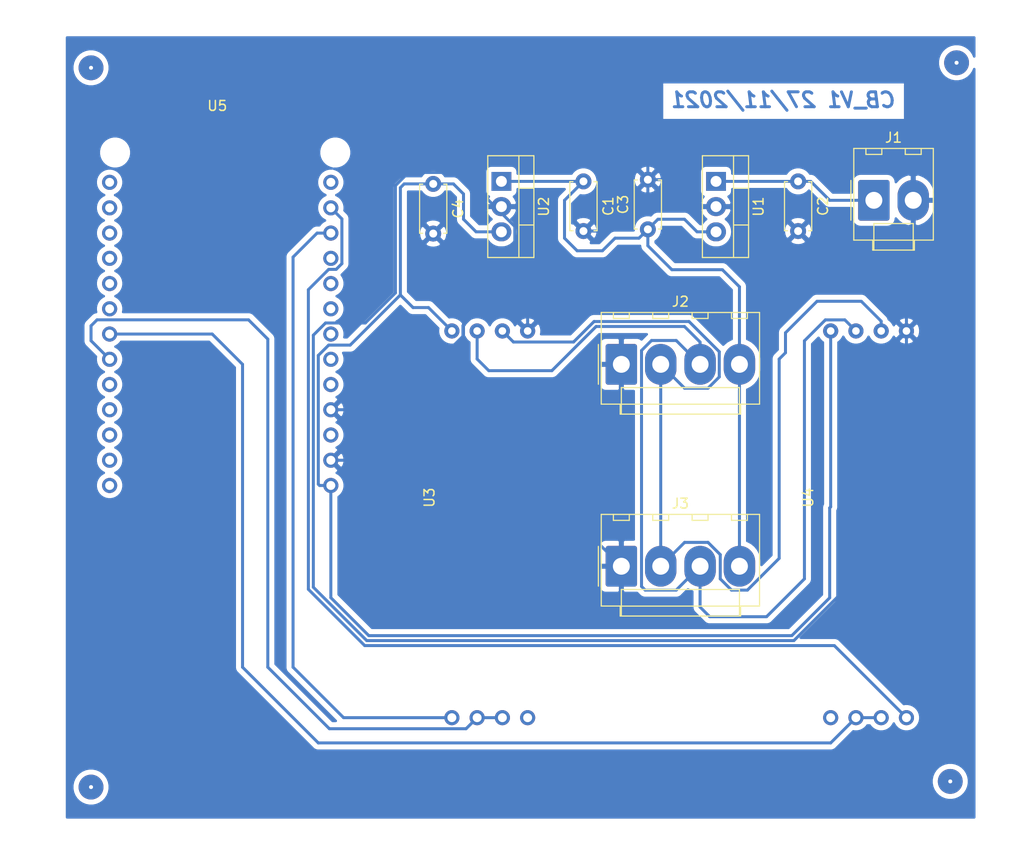
<source format=kicad_pcb>
(kicad_pcb (version 20171130) (host pcbnew "(5.1.10)-1")

  (general
    (thickness 1.6)
    (drawings 13)
    (tracks 192)
    (zones 0)
    (modules 12)
    (nets 32)
  )

  (page A4)
  (layers
    (0 F.Cu signal)
    (31 B.Cu signal)
    (32 B.Adhes user)
    (33 F.Adhes user)
    (34 B.Paste user)
    (35 F.Paste user)
    (36 B.SilkS user)
    (37 F.SilkS user)
    (38 B.Mask user)
    (39 F.Mask user)
    (40 Dwgs.User user)
    (41 Cmts.User user)
    (42 Eco1.User user)
    (43 Eco2.User user)
    (44 Edge.Cuts user)
    (45 Margin user)
    (46 B.CrtYd user)
    (47 F.CrtYd user)
    (48 B.Fab user)
    (49 F.Fab user)
  )

  (setup
    (last_trace_width 0.3)
    (user_trace_width 0.2)
    (user_trace_width 0.3)
    (user_trace_width 0.5)
    (trace_clearance 0.2)
    (zone_clearance 0.508)
    (zone_45_only no)
    (trace_min 0.2)
    (via_size 0.8)
    (via_drill 0.4)
    (via_min_size 0.4)
    (via_min_drill 0.3)
    (uvia_size 0.3)
    (uvia_drill 0.1)
    (uvias_allowed no)
    (uvia_min_size 0.2)
    (uvia_min_drill 0.1)
    (edge_width 0.05)
    (segment_width 0.2)
    (pcb_text_width 0.3)
    (pcb_text_size 1.5 1.5)
    (mod_edge_width 0.12)
    (mod_text_size 1 1)
    (mod_text_width 0.15)
    (pad_size 1.524 1.524)
    (pad_drill 0.762)
    (pad_to_mask_clearance 0)
    (aux_axis_origin 0 0)
    (visible_elements 7FFFFFFF)
    (pcbplotparams
      (layerselection 0x01050_fffffffe)
      (usegerberextensions true)
      (usegerberattributes true)
      (usegerberadvancedattributes true)
      (creategerberjobfile true)
      (excludeedgelayer true)
      (linewidth 0.100000)
      (plotframeref false)
      (viasonmask false)
      (mode 1)
      (useauxorigin false)
      (hpglpennumber 1)
      (hpglpenspeed 20)
      (hpglpendiameter 15.000000)
      (psnegative false)
      (psa4output false)
      (plotreference true)
      (plotvalue true)
      (plotinvisibletext false)
      (padsonsilk false)
      (subtractmaskfromsilk false)
      (outputformat 1)
      (mirror false)
      (drillshape 0)
      (scaleselection 1)
      (outputdirectory "Gerber/"))
  )

  (net 0 "")
  (net 1 GND)
  (net 2 "Net-(C1-Pad1)")
  (net 3 "Net-(C2-Pad1)")
  (net 4 "Net-(C4-Pad1)")
  (net 5 "Net-(J2-Pad3)")
  (net 6 "Net-(J2-Pad2)")
  (net 7 "Net-(U3-Pad1)")
  (net 8 "Net-(U3-Pad2)")
  (net 9 "Net-(U3-Pad4)")
  (net 10 "Net-(U4-Pad1)")
  (net 11 "Net-(U4-Pad2)")
  (net 12 "Net-(U4-Pad4)")
  (net 13 "Net-(U5-Pad36)")
  (net 14 "Net-(U5-Pad39)")
  (net 15 "Net-(U5-PadRST)")
  (net 16 "Net-(U5-Pad34)")
  (net 17 "Net-(U5-Pad35)")
  (net 18 "Net-(U5-Pad14)")
  (net 19 "Net-(U5-Pad15)")
  (net 20 "Net-(U5-Pad2)")
  (net 21 "Net-(U5-Pad0)")
  (net 22 "Net-(U5-Pad4)")
  (net 23 "Net-(U5-Pad25)")
  (net 24 "Net-(U5-Pad21)")
  (net 25 "Net-(U5-Pad22)")
  (net 26 "Net-(U5-Pad23)")
  (net 27 "Net-(U5-Pad19)")
  (net 28 "Net-(U5-PadLoRa2)")
  (net 29 "Net-(U5-PadLoRa1)")
  (net 30 "Net-(U5-Pad26)")
  (net 31 "Net-(U5-Pad3.3V)")

  (net_class Default "This is the default net class."
    (clearance 0.2)
    (trace_width 0.25)
    (via_dia 0.8)
    (via_drill 0.4)
    (uvia_dia 0.3)
    (uvia_drill 0.1)
    (add_net GND)
    (add_net "Net-(C1-Pad1)")
    (add_net "Net-(C2-Pad1)")
    (add_net "Net-(C4-Pad1)")
    (add_net "Net-(J2-Pad2)")
    (add_net "Net-(J2-Pad3)")
    (add_net "Net-(U3-Pad1)")
    (add_net "Net-(U3-Pad2)")
    (add_net "Net-(U3-Pad4)")
    (add_net "Net-(U4-Pad1)")
    (add_net "Net-(U4-Pad2)")
    (add_net "Net-(U4-Pad4)")
    (add_net "Net-(U5-Pad0)")
    (add_net "Net-(U5-Pad14)")
    (add_net "Net-(U5-Pad15)")
    (add_net "Net-(U5-Pad19)")
    (add_net "Net-(U5-Pad2)")
    (add_net "Net-(U5-Pad21)")
    (add_net "Net-(U5-Pad22)")
    (add_net "Net-(U5-Pad23)")
    (add_net "Net-(U5-Pad25)")
    (add_net "Net-(U5-Pad26)")
    (add_net "Net-(U5-Pad3.3V)")
    (add_net "Net-(U5-Pad34)")
    (add_net "Net-(U5-Pad35)")
    (add_net "Net-(U5-Pad36)")
    (add_net "Net-(U5-Pad39)")
    (add_net "Net-(U5-Pad4)")
    (add_net "Net-(U5-PadLoRa1)")
    (add_net "Net-(U5-PadLoRa2)")
    (add_net "Net-(U5-PadRST)")
  )

  (module Capacitor_THT:C_Disc_D4.7mm_W2.5mm_P5.00mm (layer F.Cu) (tedit 5AE50EF0) (tstamp 619C1137)
    (at 136.017 70.739 270)
    (descr "C, Disc series, Radial, pin pitch=5.00mm, , diameter*width=4.7*2.5mm^2, Capacitor, http://www.vishay.com/docs/45233/krseries.pdf")
    (tags "C Disc series Radial pin pitch 5.00mm  diameter 4.7mm width 2.5mm Capacitor")
    (path /616F1AFA)
    (fp_text reference C4 (at 2.5 -2.5 90) (layer F.SilkS)
      (effects (font (size 1 1) (thickness 0.15)))
    )
    (fp_text value 100nF (at 2.5 2.5 90) (layer F.Fab)
      (effects (font (size 1 1) (thickness 0.15)))
    )
    (fp_line (start 6.05 -1.5) (end -1.05 -1.5) (layer F.CrtYd) (width 0.05))
    (fp_line (start 6.05 1.5) (end 6.05 -1.5) (layer F.CrtYd) (width 0.05))
    (fp_line (start -1.05 1.5) (end 6.05 1.5) (layer F.CrtYd) (width 0.05))
    (fp_line (start -1.05 -1.5) (end -1.05 1.5) (layer F.CrtYd) (width 0.05))
    (fp_line (start 4.97 1.055) (end 4.97 1.37) (layer F.SilkS) (width 0.12))
    (fp_line (start 4.97 -1.37) (end 4.97 -1.055) (layer F.SilkS) (width 0.12))
    (fp_line (start 0.03 1.055) (end 0.03 1.37) (layer F.SilkS) (width 0.12))
    (fp_line (start 0.03 -1.37) (end 0.03 -1.055) (layer F.SilkS) (width 0.12))
    (fp_line (start 0.03 1.37) (end 4.97 1.37) (layer F.SilkS) (width 0.12))
    (fp_line (start 0.03 -1.37) (end 4.97 -1.37) (layer F.SilkS) (width 0.12))
    (fp_line (start 4.85 -1.25) (end 0.15 -1.25) (layer F.Fab) (width 0.1))
    (fp_line (start 4.85 1.25) (end 4.85 -1.25) (layer F.Fab) (width 0.1))
    (fp_line (start 0.15 1.25) (end 4.85 1.25) (layer F.Fab) (width 0.1))
    (fp_line (start 0.15 -1.25) (end 0.15 1.25) (layer F.Fab) (width 0.1))
    (fp_text user %R (at 2.5 0 90) (layer F.Fab)
      (effects (font (size 0.94 0.94) (thickness 0.141)))
    )
    (pad 2 thru_hole circle (at 5 0 270) (size 1.6 1.6) (drill 0.8) (layers *.Cu *.Mask)
      (net 1 GND))
    (pad 1 thru_hole circle (at 0 0 270) (size 1.6 1.6) (drill 0.8) (layers *.Cu *.Mask)
      (net 4 "Net-(C4-Pad1)"))
    (model ${KISYS3DMOD}/Capacitor_THT.3dshapes/C_Disc_D4.7mm_W2.5mm_P5.00mm.wrl
      (at (xyz 0 0 0))
      (scale (xyz 1 1 1))
      (rotate (xyz 0 0 0))
    )
  )

  (module escolleraHuellas:max485_TTL_RS485 (layer F.Cu) (tedit 61841886) (tstamp 619C121F)
    (at 172.72 127 90)
    (path /616E2D0F)
    (fp_text reference U4 (at 24.6888 1.016 90) (layer F.SilkS)
      (effects (font (size 1 1) (thickness 0.15)))
    )
    (fp_text value MAX485E (at 24.7904 3.2004 90) (layer F.Fab)
      (effects (font (size 1 1) (thickness 0.15)))
    )
    (fp_line (start 0 0) (end 44.0436 0) (layer F.Fab) (width 0.12))
    (fp_line (start 44.0436 0) (end 44.0436 14.0716) (layer F.Fab) (width 0.12))
    (fp_line (start 44.0436 14.0716) (end 0.4064 14.0208) (layer F.Fab) (width 0.12))
    (fp_line (start 0 0) (end 0 14.0208) (layer F.Fab) (width 0.12))
    (fp_line (start 0 14.0208) (end 0.4064 14.0208) (layer F.Fab) (width 0.12))
    (fp_text user TTL (at 5.7912 7.0612) (layer F.Fab)
      (effects (font (size 1 1) (thickness 0.15)))
    )
    (fp_text user RS485 (at 37.9476 7.0104) (layer F.Fab)
      (effects (font (size 1 1) (thickness 0.15)))
    )
    (pad 1 thru_hole circle (at 2.54 3.275 90) (size 1.524 1.524) (drill 0.9) (layers *.Cu *.Mask)
      (net 10 "Net-(U4-Pad1)"))
    (pad 2 thru_hole circle (at 2.54 5.815 90) (size 1.524 1.524) (drill 0.9) (layers *.Cu *.Mask)
      (net 11 "Net-(U4-Pad2)"))
    (pad 3 thru_hole circle (at 2.54 8.355 90) (size 1.524 1.524) (drill 0.9) (layers *.Cu *.Mask)
      (net 11 "Net-(U4-Pad2)"))
    (pad 4 thru_hole circle (at 2.54 10.895 90) (size 1.524 1.524) (drill 0.9) (layers *.Cu *.Mask)
      (net 12 "Net-(U4-Pad4)"))
    (pad 5 thru_hole circle (at 41.46 10.895 90) (size 1.524 1.524) (drill 0.762) (layers *.Cu *.Mask)
      (net 1 GND))
    (pad 6 thru_hole circle (at 41.46 8.355 90) (size 1.524 1.524) (drill 0.762) (layers *.Cu *.Mask)
      (net 6 "Net-(J2-Pad2)"))
    (pad 7 thru_hole circle (at 41.46 5.815 90) (size 1.524 1.524) (drill 0.762) (layers *.Cu *.Mask)
      (net 5 "Net-(J2-Pad3)"))
    (pad 8 thru_hole circle (at 41.46 3.275 90) (size 1.524 1.524) (drill 0.762) (layers *.Cu *.Mask)
      (net 4 "Net-(C4-Pad1)"))
  )

  (module Capacitor_THT:C_Disc_D4.7mm_W2.5mm_P5.00mm (layer F.Cu) (tedit 5AE50EF0) (tstamp 619C110D)
    (at 172.72 70.485 270)
    (descr "C, Disc series, Radial, pin pitch=5.00mm, , diameter*width=4.7*2.5mm^2, Capacitor, http://www.vishay.com/docs/45233/krseries.pdf")
    (tags "C Disc series Radial pin pitch 5.00mm  diameter 4.7mm width 2.5mm Capacitor")
    (path /616F0A57)
    (fp_text reference C2 (at 2.5 -2.5 90) (layer F.SilkS)
      (effects (font (size 1 1) (thickness 0.15)))
    )
    (fp_text value 330nF (at 2.5 2.5 90) (layer F.Fab)
      (effects (font (size 1 1) (thickness 0.15)))
    )
    (fp_line (start 0.15 -1.25) (end 0.15 1.25) (layer F.Fab) (width 0.1))
    (fp_line (start 0.15 1.25) (end 4.85 1.25) (layer F.Fab) (width 0.1))
    (fp_line (start 4.85 1.25) (end 4.85 -1.25) (layer F.Fab) (width 0.1))
    (fp_line (start 4.85 -1.25) (end 0.15 -1.25) (layer F.Fab) (width 0.1))
    (fp_line (start 0.03 -1.37) (end 4.97 -1.37) (layer F.SilkS) (width 0.12))
    (fp_line (start 0.03 1.37) (end 4.97 1.37) (layer F.SilkS) (width 0.12))
    (fp_line (start 0.03 -1.37) (end 0.03 -1.055) (layer F.SilkS) (width 0.12))
    (fp_line (start 0.03 1.055) (end 0.03 1.37) (layer F.SilkS) (width 0.12))
    (fp_line (start 4.97 -1.37) (end 4.97 -1.055) (layer F.SilkS) (width 0.12))
    (fp_line (start 4.97 1.055) (end 4.97 1.37) (layer F.SilkS) (width 0.12))
    (fp_line (start -1.05 -1.5) (end -1.05 1.5) (layer F.CrtYd) (width 0.05))
    (fp_line (start -1.05 1.5) (end 6.05 1.5) (layer F.CrtYd) (width 0.05))
    (fp_line (start 6.05 1.5) (end 6.05 -1.5) (layer F.CrtYd) (width 0.05))
    (fp_line (start 6.05 -1.5) (end -1.05 -1.5) (layer F.CrtYd) (width 0.05))
    (fp_text user %R (at 2.5 0 90) (layer F.Fab)
      (effects (font (size 0.94 0.94) (thickness 0.141)))
    )
    (pad 1 thru_hole circle (at 0 0 270) (size 1.6 1.6) (drill 0.8) (layers *.Cu *.Mask)
      (net 3 "Net-(C2-Pad1)"))
    (pad 2 thru_hole circle (at 5 0 270) (size 1.6 1.6) (drill 0.8) (layers *.Cu *.Mask)
      (net 1 GND))
    (model ${KISYS3DMOD}/Capacitor_THT.3dshapes/C_Disc_D4.7mm_W2.5mm_P5.00mm.wrl
      (at (xyz 0 0 0))
      (scale (xyz 1 1 1))
      (rotate (xyz 0 0 0))
    )
  )

  (module Capacitor_THT:C_Disc_D4.7mm_W2.5mm_P5.00mm (layer F.Cu) (tedit 5AE50EF0) (tstamp 619C10F8)
    (at 151.13 70.485 270)
    (descr "C, Disc series, Radial, pin pitch=5.00mm, , diameter*width=4.7*2.5mm^2, Capacitor, http://www.vishay.com/docs/45233/krseries.pdf")
    (tags "C Disc series Radial pin pitch 5.00mm  diameter 4.7mm width 2.5mm Capacitor")
    (path /616F1AC0)
    (fp_text reference C1 (at 2.5 -2.5 90) (layer F.SilkS)
      (effects (font (size 1 1) (thickness 0.15)))
    )
    (fp_text value 330nF (at 2.5 2.5 90) (layer F.Fab)
      (effects (font (size 1 1) (thickness 0.15)))
    )
    (fp_line (start 0.15 -1.25) (end 0.15 1.25) (layer F.Fab) (width 0.1))
    (fp_line (start 0.15 1.25) (end 4.85 1.25) (layer F.Fab) (width 0.1))
    (fp_line (start 4.85 1.25) (end 4.85 -1.25) (layer F.Fab) (width 0.1))
    (fp_line (start 4.85 -1.25) (end 0.15 -1.25) (layer F.Fab) (width 0.1))
    (fp_line (start 0.03 -1.37) (end 4.97 -1.37) (layer F.SilkS) (width 0.12))
    (fp_line (start 0.03 1.37) (end 4.97 1.37) (layer F.SilkS) (width 0.12))
    (fp_line (start 0.03 -1.37) (end 0.03 -1.055) (layer F.SilkS) (width 0.12))
    (fp_line (start 0.03 1.055) (end 0.03 1.37) (layer F.SilkS) (width 0.12))
    (fp_line (start 4.97 -1.37) (end 4.97 -1.055) (layer F.SilkS) (width 0.12))
    (fp_line (start 4.97 1.055) (end 4.97 1.37) (layer F.SilkS) (width 0.12))
    (fp_line (start -1.05 -1.5) (end -1.05 1.5) (layer F.CrtYd) (width 0.05))
    (fp_line (start -1.05 1.5) (end 6.05 1.5) (layer F.CrtYd) (width 0.05))
    (fp_line (start 6.05 1.5) (end 6.05 -1.5) (layer F.CrtYd) (width 0.05))
    (fp_line (start 6.05 -1.5) (end -1.05 -1.5) (layer F.CrtYd) (width 0.05))
    (fp_text user %R (at 2.5 0 90) (layer F.Fab)
      (effects (font (size 0.94 0.94) (thickness 0.141)))
    )
    (pad 1 thru_hole circle (at 0 0 270) (size 1.6 1.6) (drill 0.8) (layers *.Cu *.Mask)
      (net 2 "Net-(C1-Pad1)"))
    (pad 2 thru_hole circle (at 5 0 270) (size 1.6 1.6) (drill 0.8) (layers *.Cu *.Mask)
      (net 1 GND))
    (model ${KISYS3DMOD}/Capacitor_THT.3dshapes/C_Disc_D4.7mm_W2.5mm_P5.00mm.wrl
      (at (xyz 0 0 0))
      (scale (xyz 1 1 1))
      (rotate (xyz 0 0 0))
    )
  )

  (module Capacitor_THT:C_Disc_D4.7mm_W2.5mm_P5.00mm (layer F.Cu) (tedit 5AE50EF0) (tstamp 619C18F5)
    (at 157.607 75.311 90)
    (descr "C, Disc series, Radial, pin pitch=5.00mm, , diameter*width=4.7*2.5mm^2, Capacitor, http://www.vishay.com/docs/45233/krseries.pdf")
    (tags "C Disc series Radial pin pitch 5.00mm  diameter 4.7mm width 2.5mm Capacitor")
    (path /616F197F)
    (fp_text reference C3 (at 2.5 -2.5 90) (layer F.SilkS)
      (effects (font (size 1 1) (thickness 0.15)))
    )
    (fp_text value 100nF (at 2.5 2.5 90) (layer F.Fab)
      (effects (font (size 1 1) (thickness 0.15)))
    )
    (fp_line (start 6.05 -1.5) (end -1.05 -1.5) (layer F.CrtYd) (width 0.05))
    (fp_line (start 6.05 1.5) (end 6.05 -1.5) (layer F.CrtYd) (width 0.05))
    (fp_line (start -1.05 1.5) (end 6.05 1.5) (layer F.CrtYd) (width 0.05))
    (fp_line (start -1.05 -1.5) (end -1.05 1.5) (layer F.CrtYd) (width 0.05))
    (fp_line (start 4.97 1.055) (end 4.97 1.37) (layer F.SilkS) (width 0.12))
    (fp_line (start 4.97 -1.37) (end 4.97 -1.055) (layer F.SilkS) (width 0.12))
    (fp_line (start 0.03 1.055) (end 0.03 1.37) (layer F.SilkS) (width 0.12))
    (fp_line (start 0.03 -1.37) (end 0.03 -1.055) (layer F.SilkS) (width 0.12))
    (fp_line (start 0.03 1.37) (end 4.97 1.37) (layer F.SilkS) (width 0.12))
    (fp_line (start 0.03 -1.37) (end 4.97 -1.37) (layer F.SilkS) (width 0.12))
    (fp_line (start 4.85 -1.25) (end 0.15 -1.25) (layer F.Fab) (width 0.1))
    (fp_line (start 4.85 1.25) (end 4.85 -1.25) (layer F.Fab) (width 0.1))
    (fp_line (start 0.15 1.25) (end 4.85 1.25) (layer F.Fab) (width 0.1))
    (fp_line (start 0.15 -1.25) (end 0.15 1.25) (layer F.Fab) (width 0.1))
    (fp_text user %R (at 2.5 0 90) (layer F.Fab)
      (effects (font (size 0.94 0.94) (thickness 0.141)))
    )
    (pad 2 thru_hole circle (at 5 0 90) (size 1.6 1.6) (drill 0.8) (layers *.Cu *.Mask)
      (net 1 GND))
    (pad 1 thru_hole circle (at 0 0 90) (size 1.6 1.6) (drill 0.8) (layers *.Cu *.Mask)
      (net 2 "Net-(C1-Pad1)"))
    (model ${KISYS3DMOD}/Capacitor_THT.3dshapes/C_Disc_D4.7mm_W2.5mm_P5.00mm.wrl
      (at (xyz 0 0 0))
      (scale (xyz 1 1 1))
      (rotate (xyz 0 0 0))
    )
  )

  (module Connector_Molex:Molex_KK-396_A-41791-0002_1x02_P3.96mm_Vertical (layer F.Cu) (tedit 5DC431B4) (tstamp 619C1161)
    (at 180.34 72.39)
    (descr "Molex KK 396 Interconnect System, old/engineering part number: A-41791-0002 example for new part number: 26-60-4020, 2 Pins (https://www.molex.com/pdm_docs/sd/026604020_sd.pdf), generated with kicad-footprint-generator")
    (tags "connector Molex KK-396 vertical")
    (path /616EF701)
    (fp_text reference J1 (at 1.98 -6.31) (layer F.SilkS)
      (effects (font (size 1 1) (thickness 0.15)))
    )
    (fp_text value Conn_01x02 (at 1.98 6.1) (layer F.Fab)
      (effects (font (size 1 1) (thickness 0.15)))
    )
    (fp_line (start -1.91 -5.11) (end 5.87 -5.11) (layer F.Fab) (width 0.1))
    (fp_line (start 5.87 -5.11) (end 5.87 3.895) (layer F.Fab) (width 0.1))
    (fp_line (start 5.87 3.895) (end 3.965 3.895) (layer F.Fab) (width 0.1))
    (fp_line (start 3.965 3.895) (end 3.965 4.9) (layer F.Fab) (width 0.1))
    (fp_line (start 3.965 4.9) (end -0.005 4.9) (layer F.Fab) (width 0.1))
    (fp_line (start -0.005 4.9) (end -0.005 3.895) (layer F.Fab) (width 0.1))
    (fp_line (start -0.005 3.895) (end -1.91 3.895) (layer F.Fab) (width 0.1))
    (fp_line (start -1.91 3.895) (end -1.91 -5.11) (layer F.Fab) (width 0.1))
    (fp_line (start -2.02 -5.22) (end 5.98 -5.22) (layer F.SilkS) (width 0.12))
    (fp_line (start 5.98 -5.22) (end 5.98 4.005) (layer F.SilkS) (width 0.12))
    (fp_line (start 5.98 4.005) (end 4.075 4.005) (layer F.SilkS) (width 0.12))
    (fp_line (start 4.075 4.005) (end 4.075 5.01) (layer F.SilkS) (width 0.12))
    (fp_line (start 4.075 5.01) (end -0.115 5.01) (layer F.SilkS) (width 0.12))
    (fp_line (start -0.115 5.01) (end -0.115 4.005) (layer F.SilkS) (width 0.12))
    (fp_line (start -0.115 4.005) (end -2.02 4.005) (layer F.SilkS) (width 0.12))
    (fp_line (start -2.02 4.005) (end -2.02 -5.22) (layer F.SilkS) (width 0.12))
    (fp_line (start -2.31 -2) (end -2.31 2) (layer F.SilkS) (width 0.12))
    (fp_line (start -1.91 -0.5) (end -1.202893 0) (layer F.Fab) (width 0.1))
    (fp_line (start -1.202893 0) (end -1.91 0.5) (layer F.Fab) (width 0.1))
    (fp_line (start 0 5.01) (end 0 4.01) (layer F.SilkS) (width 0.12))
    (fp_line (start 0 4.01) (end 3.96 4.01) (layer F.SilkS) (width 0.12))
    (fp_line (start 3.96 4.01) (end 3.96 5.01) (layer F.SilkS) (width 0.12))
    (fp_line (start 0 4.01) (end 0 2.34) (layer F.SilkS) (width 0.12))
    (fp_line (start 0 2.34) (end 3.96 2.34) (layer F.SilkS) (width 0.12))
    (fp_line (start 3.96 2.34) (end 3.96 4.01) (layer F.SilkS) (width 0.12))
    (fp_line (start -0.8 -5.22) (end -0.8 -4.62) (layer F.SilkS) (width 0.12))
    (fp_line (start -0.8 -4.62) (end 0.8 -4.62) (layer F.SilkS) (width 0.12))
    (fp_line (start 0.8 -4.62) (end 0.8 -5.22) (layer F.SilkS) (width 0.12))
    (fp_line (start 3.16 -5.22) (end 3.16 -4.62) (layer F.SilkS) (width 0.12))
    (fp_line (start 3.16 -4.62) (end 4.76 -4.62) (layer F.SilkS) (width 0.12))
    (fp_line (start 4.76 -4.62) (end 4.76 -5.22) (layer F.SilkS) (width 0.12))
    (fp_line (start -2.41 -5.61) (end -2.41 5.4) (layer F.CrtYd) (width 0.05))
    (fp_line (start -2.41 5.4) (end 6.37 5.4) (layer F.CrtYd) (width 0.05))
    (fp_line (start 6.37 5.4) (end 6.37 -5.61) (layer F.CrtYd) (width 0.05))
    (fp_line (start 6.37 -5.61) (end -2.41 -5.61) (layer F.CrtYd) (width 0.05))
    (fp_text user %R (at 1.98 -4.41) (layer F.Fab)
      (effects (font (size 1 1) (thickness 0.15)))
    )
    (pad 1 thru_hole roundrect (at 0 0) (size 3.16 4.1) (drill 1.7) (layers *.Cu *.Mask) (roundrect_rratio 0.07911392405063292)
      (net 3 "Net-(C2-Pad1)"))
    (pad 2 thru_hole oval (at 3.96 0) (size 3.16 4.1) (drill 1.7) (layers *.Cu *.Mask)
      (net 1 GND))
    (model ${KISYS3DMOD}/Connector_Molex.3dshapes/Molex_KK-396_A-41791-0002_1x02_P3.96mm_Vertical.wrl
      (at (xyz 0 0 0))
      (scale (xyz 1 1 1))
      (rotate (xyz 0 0 0))
    )
    (model "C:/Users/DANIEL/Documents/Personal/Convocatorias/Escollera/tesis/Repositorio Alianza Escollera/EscolleraCircuito/cad/JST - CH - Thru (V) - 2Pin - 3.96mm.stp"
      (offset (xyz 2 0 0))
      (scale (xyz 1 1 1))
      (rotate (xyz 0 0 0))
    )
  )

  (module Connector_Molex:Molex_KK-396_A-41791-0004_1x04_P3.96mm_Vertical (layer F.Cu) (tedit 5DC431B4) (tstamp 619C1193)
    (at 154.94 88.9)
    (descr "Molex KK 396 Interconnect System, old/engineering part number: A-41791-0004 example for new part number: 26-60-4040, 4 Pins (https://www.molex.com/pdm_docs/sd/026604020_sd.pdf), generated with kicad-footprint-generator")
    (tags "connector Molex KK-396 vertical")
    (path /616E77DA)
    (fp_text reference J2 (at 5.94 -6.31) (layer F.SilkS)
      (effects (font (size 1 1) (thickness 0.15)))
    )
    (fp_text value Conn_01x04 (at 5.94 6.1) (layer F.Fab)
      (effects (font (size 1 1) (thickness 0.15)))
    )
    (fp_line (start 14.29 -5.61) (end -2.41 -5.61) (layer F.CrtYd) (width 0.05))
    (fp_line (start 14.29 5.4) (end 14.29 -5.61) (layer F.CrtYd) (width 0.05))
    (fp_line (start -2.41 5.4) (end 14.29 5.4) (layer F.CrtYd) (width 0.05))
    (fp_line (start -2.41 -5.61) (end -2.41 5.4) (layer F.CrtYd) (width 0.05))
    (fp_line (start 12.68 -4.62) (end 12.68 -5.22) (layer F.SilkS) (width 0.12))
    (fp_line (start 11.08 -4.62) (end 12.68 -4.62) (layer F.SilkS) (width 0.12))
    (fp_line (start 11.08 -5.22) (end 11.08 -4.62) (layer F.SilkS) (width 0.12))
    (fp_line (start 8.72 -4.62) (end 8.72 -5.22) (layer F.SilkS) (width 0.12))
    (fp_line (start 7.12 -4.62) (end 8.72 -4.62) (layer F.SilkS) (width 0.12))
    (fp_line (start 7.12 -5.22) (end 7.12 -4.62) (layer F.SilkS) (width 0.12))
    (fp_line (start 4.76 -4.62) (end 4.76 -5.22) (layer F.SilkS) (width 0.12))
    (fp_line (start 3.16 -4.62) (end 4.76 -4.62) (layer F.SilkS) (width 0.12))
    (fp_line (start 3.16 -5.22) (end 3.16 -4.62) (layer F.SilkS) (width 0.12))
    (fp_line (start 0.8 -4.62) (end 0.8 -5.22) (layer F.SilkS) (width 0.12))
    (fp_line (start -0.8 -4.62) (end 0.8 -4.62) (layer F.SilkS) (width 0.12))
    (fp_line (start -0.8 -5.22) (end -0.8 -4.62) (layer F.SilkS) (width 0.12))
    (fp_line (start 11.88 2.34) (end 11.88 4.01) (layer F.SilkS) (width 0.12))
    (fp_line (start 0 2.34) (end 11.88 2.34) (layer F.SilkS) (width 0.12))
    (fp_line (start 0 4.01) (end 0 2.34) (layer F.SilkS) (width 0.12))
    (fp_line (start 11.88 4.01) (end 11.88 5.01) (layer F.SilkS) (width 0.12))
    (fp_line (start 0 4.01) (end 11.88 4.01) (layer F.SilkS) (width 0.12))
    (fp_line (start 0 5.01) (end 0 4.01) (layer F.SilkS) (width 0.12))
    (fp_line (start -1.202893 0) (end -1.91 0.5) (layer F.Fab) (width 0.1))
    (fp_line (start -1.91 -0.5) (end -1.202893 0) (layer F.Fab) (width 0.1))
    (fp_line (start -2.31 -2) (end -2.31 2) (layer F.SilkS) (width 0.12))
    (fp_line (start -2.02 4.005) (end -2.02 -5.22) (layer F.SilkS) (width 0.12))
    (fp_line (start -0.115 4.005) (end -2.02 4.005) (layer F.SilkS) (width 0.12))
    (fp_line (start -0.115 5.01) (end -0.115 4.005) (layer F.SilkS) (width 0.12))
    (fp_line (start 11.995 5.01) (end -0.115 5.01) (layer F.SilkS) (width 0.12))
    (fp_line (start 11.995 4.005) (end 11.995 5.01) (layer F.SilkS) (width 0.12))
    (fp_line (start 13.9 4.005) (end 11.995 4.005) (layer F.SilkS) (width 0.12))
    (fp_line (start 13.9 -5.22) (end 13.9 4.005) (layer F.SilkS) (width 0.12))
    (fp_line (start -2.02 -5.22) (end 13.9 -5.22) (layer F.SilkS) (width 0.12))
    (fp_line (start -1.91 3.895) (end -1.91 -5.11) (layer F.Fab) (width 0.1))
    (fp_line (start -0.005 3.895) (end -1.91 3.895) (layer F.Fab) (width 0.1))
    (fp_line (start -0.005 4.9) (end -0.005 3.895) (layer F.Fab) (width 0.1))
    (fp_line (start 11.885 4.9) (end -0.005 4.9) (layer F.Fab) (width 0.1))
    (fp_line (start 11.885 3.895) (end 11.885 4.9) (layer F.Fab) (width 0.1))
    (fp_line (start 13.79 3.895) (end 11.885 3.895) (layer F.Fab) (width 0.1))
    (fp_line (start 13.79 -5.11) (end 13.79 3.895) (layer F.Fab) (width 0.1))
    (fp_line (start -1.91 -5.11) (end 13.79 -5.11) (layer F.Fab) (width 0.1))
    (fp_text user %R (at 5.94 -4.41) (layer F.Fab)
      (effects (font (size 1 1) (thickness 0.15)))
    )
    (pad 4 thru_hole oval (at 11.88 0) (size 3.16 4.1) (drill 1.7) (layers *.Cu *.Mask)
      (net 2 "Net-(C1-Pad1)"))
    (pad 3 thru_hole oval (at 7.92 0) (size 3.16 4.1) (drill 1.7) (layers *.Cu *.Mask)
      (net 5 "Net-(J2-Pad3)"))
    (pad 2 thru_hole oval (at 3.96 0) (size 3.16 4.1) (drill 1.7) (layers *.Cu *.Mask)
      (net 6 "Net-(J2-Pad2)"))
    (pad 1 thru_hole roundrect (at 0 0) (size 3.16 4.1) (drill 1.7) (layers *.Cu *.Mask) (roundrect_rratio 0.07911392405063292)
      (net 1 GND))
    (model ${KISYS3DMOD}/Connector_Molex.3dshapes/Molex_KK-396_A-41791-0004_1x04_P3.96mm_Vertical.wrl
      (offset (xyz 1.5 0 0))
      (scale (xyz 1 1 1))
      (rotate (xyz 0 0 0))
    )
    (model "C:/Users/DANIEL/Documents/Personal/Convocatorias/Escollera/tesis/Repositorio Alianza Escollera/EscolleraCircuito/cad/JST - CH - Thru (V) - 4Pin - 3.96mm.stp"
      (offset (xyz 6 0 0))
      (scale (xyz 1 1 1))
      (rotate (xyz 0 0 0))
    )
  )

  (module Connector_Molex:Molex_KK-396_A-41791-0004_1x04_P3.96mm_Vertical (layer F.Cu) (tedit 5DC431B4) (tstamp 619C11C5)
    (at 154.94 109.22)
    (descr "Molex KK 396 Interconnect System, old/engineering part number: A-41791-0004 example for new part number: 26-60-4040, 4 Pins (https://www.molex.com/pdm_docs/sd/026604020_sd.pdf), generated with kicad-footprint-generator")
    (tags "connector Molex KK-396 vertical")
    (path /616E634A)
    (fp_text reference J3 (at 5.94 -6.31) (layer F.SilkS)
      (effects (font (size 1 1) (thickness 0.15)))
    )
    (fp_text value Conn_01x04 (at 5.94 6.1) (layer F.Fab)
      (effects (font (size 1 1) (thickness 0.15)))
    )
    (fp_line (start -1.91 -5.11) (end 13.79 -5.11) (layer F.Fab) (width 0.1))
    (fp_line (start 13.79 -5.11) (end 13.79 3.895) (layer F.Fab) (width 0.1))
    (fp_line (start 13.79 3.895) (end 11.885 3.895) (layer F.Fab) (width 0.1))
    (fp_line (start 11.885 3.895) (end 11.885 4.9) (layer F.Fab) (width 0.1))
    (fp_line (start 11.885 4.9) (end -0.005 4.9) (layer F.Fab) (width 0.1))
    (fp_line (start -0.005 4.9) (end -0.005 3.895) (layer F.Fab) (width 0.1))
    (fp_line (start -0.005 3.895) (end -1.91 3.895) (layer F.Fab) (width 0.1))
    (fp_line (start -1.91 3.895) (end -1.91 -5.11) (layer F.Fab) (width 0.1))
    (fp_line (start -2.02 -5.22) (end 13.9 -5.22) (layer F.SilkS) (width 0.12))
    (fp_line (start 13.9 -5.22) (end 13.9 4.005) (layer F.SilkS) (width 0.12))
    (fp_line (start 13.9 4.005) (end 11.995 4.005) (layer F.SilkS) (width 0.12))
    (fp_line (start 11.995 4.005) (end 11.995 5.01) (layer F.SilkS) (width 0.12))
    (fp_line (start 11.995 5.01) (end -0.115 5.01) (layer F.SilkS) (width 0.12))
    (fp_line (start -0.115 5.01) (end -0.115 4.005) (layer F.SilkS) (width 0.12))
    (fp_line (start -0.115 4.005) (end -2.02 4.005) (layer F.SilkS) (width 0.12))
    (fp_line (start -2.02 4.005) (end -2.02 -5.22) (layer F.SilkS) (width 0.12))
    (fp_line (start -2.31 -2) (end -2.31 2) (layer F.SilkS) (width 0.12))
    (fp_line (start -1.91 -0.5) (end -1.202893 0) (layer F.Fab) (width 0.1))
    (fp_line (start -1.202893 0) (end -1.91 0.5) (layer F.Fab) (width 0.1))
    (fp_line (start 0 5.01) (end 0 4.01) (layer F.SilkS) (width 0.12))
    (fp_line (start 0 4.01) (end 11.88 4.01) (layer F.SilkS) (width 0.12))
    (fp_line (start 11.88 4.01) (end 11.88 5.01) (layer F.SilkS) (width 0.12))
    (fp_line (start 0 4.01) (end 0 2.34) (layer F.SilkS) (width 0.12))
    (fp_line (start 0 2.34) (end 11.88 2.34) (layer F.SilkS) (width 0.12))
    (fp_line (start 11.88 2.34) (end 11.88 4.01) (layer F.SilkS) (width 0.12))
    (fp_line (start -0.8 -5.22) (end -0.8 -4.62) (layer F.SilkS) (width 0.12))
    (fp_line (start -0.8 -4.62) (end 0.8 -4.62) (layer F.SilkS) (width 0.12))
    (fp_line (start 0.8 -4.62) (end 0.8 -5.22) (layer F.SilkS) (width 0.12))
    (fp_line (start 3.16 -5.22) (end 3.16 -4.62) (layer F.SilkS) (width 0.12))
    (fp_line (start 3.16 -4.62) (end 4.76 -4.62) (layer F.SilkS) (width 0.12))
    (fp_line (start 4.76 -4.62) (end 4.76 -5.22) (layer F.SilkS) (width 0.12))
    (fp_line (start 7.12 -5.22) (end 7.12 -4.62) (layer F.SilkS) (width 0.12))
    (fp_line (start 7.12 -4.62) (end 8.72 -4.62) (layer F.SilkS) (width 0.12))
    (fp_line (start 8.72 -4.62) (end 8.72 -5.22) (layer F.SilkS) (width 0.12))
    (fp_line (start 11.08 -5.22) (end 11.08 -4.62) (layer F.SilkS) (width 0.12))
    (fp_line (start 11.08 -4.62) (end 12.68 -4.62) (layer F.SilkS) (width 0.12))
    (fp_line (start 12.68 -4.62) (end 12.68 -5.22) (layer F.SilkS) (width 0.12))
    (fp_line (start -2.41 -5.61) (end -2.41 5.4) (layer F.CrtYd) (width 0.05))
    (fp_line (start -2.41 5.4) (end 14.29 5.4) (layer F.CrtYd) (width 0.05))
    (fp_line (start 14.29 5.4) (end 14.29 -5.61) (layer F.CrtYd) (width 0.05))
    (fp_line (start 14.29 -5.61) (end -2.41 -5.61) (layer F.CrtYd) (width 0.05))
    (fp_text user %R (at 5.94 -4.41) (layer F.Fab)
      (effects (font (size 1 1) (thickness 0.15)))
    )
    (pad 1 thru_hole roundrect (at 0 0) (size 3.16 4.1) (drill 1.7) (layers *.Cu *.Mask) (roundrect_rratio 0.07911392405063292)
      (net 1 GND))
    (pad 2 thru_hole oval (at 3.96 0) (size 3.16 4.1) (drill 1.7) (layers *.Cu *.Mask)
      (net 6 "Net-(J2-Pad2)"))
    (pad 3 thru_hole oval (at 7.92 0) (size 3.16 4.1) (drill 1.7) (layers *.Cu *.Mask)
      (net 5 "Net-(J2-Pad3)"))
    (pad 4 thru_hole oval (at 11.88 0) (size 3.16 4.1) (drill 1.7) (layers *.Cu *.Mask)
      (net 2 "Net-(C1-Pad1)"))
    (model ${KISYS3DMOD}/Connector_Molex.3dshapes/Molex_KK-396_A-41791-0004_1x04_P3.96mm_Vertical.wrl
      (at (xyz 0 0 0))
      (scale (xyz 1 1 1))
      (rotate (xyz 0 0 0))
    )
    (model "C:/Program Files/KiCad/share/kicad/modules/Connector_Molex.pretty/Molex_KK-396_A-41791-0004_1x04_P3.96mm_Vertical.kicad_mod"
      (at (xyz 0 0 0))
      (scale (xyz 1 1 1))
      (rotate (xyz 0 0 0))
    )
    (model "C:/Users/DANIEL/Documents/Personal/Convocatorias/Escollera/tesis/Repositorio Alianza Escollera/EscolleraCircuito/cad/JST - CH - Thru (V) - 4Pin - 3.96mm.stp"
      (offset (xyz 6 0 0))
      (scale (xyz 1 1 1))
      (rotate (xyz 0 0 0))
    )
  )

  (module Package_TO_SOT_THT:TO-220-3_Vertical (layer F.Cu) (tedit 5AC8BA0D) (tstamp 619C11DF)
    (at 164.465 70.485 270)
    (descr "TO-220-3, Vertical, RM 2.54mm, see https://www.vishay.com/docs/66542/to-220-1.pdf")
    (tags "TO-220-3 Vertical RM 2.54mm")
    (path /616ED667)
    (fp_text reference U1 (at 2.54 -4.27 90) (layer F.SilkS)
      (effects (font (size 1 1) (thickness 0.15)))
    )
    (fp_text value LM7812_TO220 (at 2.54 2.5 90) (layer F.Fab)
      (effects (font (size 1 1) (thickness 0.15)))
    )
    (fp_line (start -2.46 -3.15) (end -2.46 1.25) (layer F.Fab) (width 0.1))
    (fp_line (start -2.46 1.25) (end 7.54 1.25) (layer F.Fab) (width 0.1))
    (fp_line (start 7.54 1.25) (end 7.54 -3.15) (layer F.Fab) (width 0.1))
    (fp_line (start 7.54 -3.15) (end -2.46 -3.15) (layer F.Fab) (width 0.1))
    (fp_line (start -2.46 -1.88) (end 7.54 -1.88) (layer F.Fab) (width 0.1))
    (fp_line (start 0.69 -3.15) (end 0.69 -1.88) (layer F.Fab) (width 0.1))
    (fp_line (start 4.39 -3.15) (end 4.39 -1.88) (layer F.Fab) (width 0.1))
    (fp_line (start -2.58 -3.27) (end 7.66 -3.27) (layer F.SilkS) (width 0.12))
    (fp_line (start -2.58 1.371) (end 7.66 1.371) (layer F.SilkS) (width 0.12))
    (fp_line (start -2.58 -3.27) (end -2.58 1.371) (layer F.SilkS) (width 0.12))
    (fp_line (start 7.66 -3.27) (end 7.66 1.371) (layer F.SilkS) (width 0.12))
    (fp_line (start -2.58 -1.76) (end 7.66 -1.76) (layer F.SilkS) (width 0.12))
    (fp_line (start 0.69 -3.27) (end 0.69 -1.76) (layer F.SilkS) (width 0.12))
    (fp_line (start 4.391 -3.27) (end 4.391 -1.76) (layer F.SilkS) (width 0.12))
    (fp_line (start -2.71 -3.4) (end -2.71 1.51) (layer F.CrtYd) (width 0.05))
    (fp_line (start -2.71 1.51) (end 7.79 1.51) (layer F.CrtYd) (width 0.05))
    (fp_line (start 7.79 1.51) (end 7.79 -3.4) (layer F.CrtYd) (width 0.05))
    (fp_line (start 7.79 -3.4) (end -2.71 -3.4) (layer F.CrtYd) (width 0.05))
    (fp_text user %R (at 2.54 -4.27 90) (layer F.Fab)
      (effects (font (size 1 1) (thickness 0.15)))
    )
    (pad 1 thru_hole rect (at 0 0 270) (size 1.905 2) (drill 1.1) (layers *.Cu *.Mask)
      (net 3 "Net-(C2-Pad1)"))
    (pad 2 thru_hole oval (at 2.54 0 270) (size 1.905 2) (drill 1.1) (layers *.Cu *.Mask)
      (net 1 GND))
    (pad 3 thru_hole oval (at 5.08 0 270) (size 1.905 2) (drill 1.1) (layers *.Cu *.Mask)
      (net 2 "Net-(C1-Pad1)"))
    (model ${KISYS3DMOD}/Package_TO_SOT_THT.3dshapes/TO-220-3_Vertical.wrl
      (at (xyz 0 0 0))
      (scale (xyz 1 1 1))
      (rotate (xyz 0 0 0))
    )
  )

  (module Package_TO_SOT_THT:TO-220-3_Vertical (layer F.Cu) (tedit 5AC8BA0D) (tstamp 619C11F9)
    (at 142.875 70.485 270)
    (descr "TO-220-3, Vertical, RM 2.54mm, see https://www.vishay.com/docs/66542/to-220-1.pdf")
    (tags "TO-220-3 Vertical RM 2.54mm")
    (path /616EEB39)
    (fp_text reference U2 (at 2.54 -4.27 90) (layer F.SilkS)
      (effects (font (size 1 1) (thickness 0.15)))
    )
    (fp_text value LM7805_TO220 (at 2.54 2.5 90) (layer F.Fab)
      (effects (font (size 1 1) (thickness 0.15)))
    )
    (fp_line (start 7.79 -3.4) (end -2.71 -3.4) (layer F.CrtYd) (width 0.05))
    (fp_line (start 7.79 1.51) (end 7.79 -3.4) (layer F.CrtYd) (width 0.05))
    (fp_line (start -2.71 1.51) (end 7.79 1.51) (layer F.CrtYd) (width 0.05))
    (fp_line (start -2.71 -3.4) (end -2.71 1.51) (layer F.CrtYd) (width 0.05))
    (fp_line (start 4.391 -3.27) (end 4.391 -1.76) (layer F.SilkS) (width 0.12))
    (fp_line (start 0.69 -3.27) (end 0.69 -1.76) (layer F.SilkS) (width 0.12))
    (fp_line (start -2.58 -1.76) (end 7.66 -1.76) (layer F.SilkS) (width 0.12))
    (fp_line (start 7.66 -3.27) (end 7.66 1.371) (layer F.SilkS) (width 0.12))
    (fp_line (start -2.58 -3.27) (end -2.58 1.371) (layer F.SilkS) (width 0.12))
    (fp_line (start -2.58 1.371) (end 7.66 1.371) (layer F.SilkS) (width 0.12))
    (fp_line (start -2.58 -3.27) (end 7.66 -3.27) (layer F.SilkS) (width 0.12))
    (fp_line (start 4.39 -3.15) (end 4.39 -1.88) (layer F.Fab) (width 0.1))
    (fp_line (start 0.69 -3.15) (end 0.69 -1.88) (layer F.Fab) (width 0.1))
    (fp_line (start -2.46 -1.88) (end 7.54 -1.88) (layer F.Fab) (width 0.1))
    (fp_line (start 7.54 -3.15) (end -2.46 -3.15) (layer F.Fab) (width 0.1))
    (fp_line (start 7.54 1.25) (end 7.54 -3.15) (layer F.Fab) (width 0.1))
    (fp_line (start -2.46 1.25) (end 7.54 1.25) (layer F.Fab) (width 0.1))
    (fp_line (start -2.46 -3.15) (end -2.46 1.25) (layer F.Fab) (width 0.1))
    (fp_text user %R (at 2.54 -4.27 90) (layer F.Fab)
      (effects (font (size 1 1) (thickness 0.15)))
    )
    (pad 3 thru_hole oval (at 5.08 0 270) (size 1.905 2) (drill 1.1) (layers *.Cu *.Mask)
      (net 4 "Net-(C4-Pad1)"))
    (pad 2 thru_hole oval (at 2.54 0 270) (size 1.905 2) (drill 1.1) (layers *.Cu *.Mask)
      (net 1 GND))
    (pad 1 thru_hole rect (at 0 0 270) (size 1.905 2) (drill 1.1) (layers *.Cu *.Mask)
      (net 2 "Net-(C1-Pad1)"))
    (model ${KISYS3DMOD}/Package_TO_SOT_THT.3dshapes/TO-220-3_Vertical.wrl
      (at (xyz 0 0 0))
      (scale (xyz 1 1 1))
      (rotate (xyz 0 0 0))
    )
  )

  (module escolleraHuellas:max485_TTL_RS485 (layer F.Cu) (tedit 61841886) (tstamp 619C120C)
    (at 134.62 127 90)
    (path /616E446E)
    (fp_text reference U3 (at 24.6888 1.016 90) (layer F.SilkS)
      (effects (font (size 1 1) (thickness 0.15)))
    )
    (fp_text value MAX485E (at 24.7904 3.2004 90) (layer F.Fab)
      (effects (font (size 1 1) (thickness 0.15)))
    )
    (fp_line (start 0 14.0208) (end 0.4064 14.0208) (layer F.Fab) (width 0.12))
    (fp_line (start 0 0) (end 0 14.0208) (layer F.Fab) (width 0.12))
    (fp_line (start 44.0436 14.0716) (end 0.4064 14.0208) (layer F.Fab) (width 0.12))
    (fp_line (start 44.0436 0) (end 44.0436 14.0716) (layer F.Fab) (width 0.12))
    (fp_line (start 0 0) (end 44.0436 0) (layer F.Fab) (width 0.12))
    (fp_text user RS485 (at 37.9476 7.0104) (layer F.Fab)
      (effects (font (size 1 1) (thickness 0.15)))
    )
    (fp_text user TTL (at 5.7912 7.0612) (layer F.Fab)
      (effects (font (size 1 1) (thickness 0.15)))
    )
    (pad 8 thru_hole circle (at 41.46 3.275 90) (size 1.524 1.524) (drill 0.762) (layers *.Cu *.Mask)
      (net 4 "Net-(C4-Pad1)"))
    (pad 7 thru_hole circle (at 41.46 5.815 90) (size 1.524 1.524) (drill 0.762) (layers *.Cu *.Mask)
      (net 5 "Net-(J2-Pad3)"))
    (pad 6 thru_hole circle (at 41.46 8.355 90) (size 1.524 1.524) (drill 0.762) (layers *.Cu *.Mask)
      (net 6 "Net-(J2-Pad2)"))
    (pad 5 thru_hole circle (at 41.46 10.895 90) (size 1.524 1.524) (drill 0.762) (layers *.Cu *.Mask)
      (net 1 GND))
    (pad 4 thru_hole circle (at 2.54 10.895 90) (size 1.524 1.524) (drill 0.9) (layers *.Cu *.Mask)
      (net 9 "Net-(U3-Pad4)"))
    (pad 3 thru_hole circle (at 2.54 8.355 90) (size 1.524 1.524) (drill 0.9) (layers *.Cu *.Mask)
      (net 8 "Net-(U3-Pad2)"))
    (pad 2 thru_hole circle (at 2.54 5.815 90) (size 1.524 1.524) (drill 0.9) (layers *.Cu *.Mask)
      (net 8 "Net-(U3-Pad2)"))
    (pad 1 thru_hole circle (at 2.54 3.275 90) (size 1.524 1.524) (drill 0.9) (layers *.Cu *.Mask)
      (net 7 "Net-(U3-Pad1)"))
    (model "C:/Users/DANIEL/Documents/Personal/Convocatorias/Escollera/tesis/Repositorio Alianza Escollera/EscolleraCircuito/cad/MAX485ensamble.stp"
      (offset (xyz 25 -8 -15.5))
      (scale (xyz 0.864 1 0.7))
      (rotate (xyz -90 0 0))
    )
  )

  (module escolleraHuellas:TTGO (layer F.Cu) (tedit 61840E3E) (tstamp 619C1244)
    (at 100.58 65.02)
    (path /6170B131)
    (fp_text reference U5 (at 13.716 -2.1336) (layer F.SilkS)
      (effects (font (size 1 1) (thickness 0.15)))
    )
    (fp_text value TTGO_LoRa32 (at 13.4112 -0.8128) (layer F.Fab)
      (effects (font (size 1 1) (thickness 0.15)))
    )
    (fp_line (start 0.127 62.865) (end 0 0) (layer F.CrtYd) (width 0.12))
    (fp_line (start 27.178 62.865) (end 0.127 62.865) (layer F.CrtYd) (width 0.12))
    (fp_line (start 27.051 0) (end 27.178 62.865) (layer F.CrtYd) (width 0.12))
    (fp_line (start 0 0) (end 27.051 0) (layer F.CrtYd) (width 0.12))
    (fp_text user TTGO (at 14.224 4.064) (layer F.CrtYd)
      (effects (font (size 5 5) (thickness 0.15)))
    )
    (pad 5V thru_hole circle (at 25.14 36.07) (size 1.524 1.524) (drill 0.9) (layers *.Cu *.Mask)
      (net 4 "Net-(C4-Pad1)"))
    (pad GND thru_hole circle (at 25.14 33.53) (size 1.524 1.524) (drill 0.9) (layers *.Cu *.Mask)
      (net 1 GND))
    (pad 3.3V thru_hole circle (at 25.14 30.99) (size 1.524 1.524) (drill 0.9) (layers *.Cu *.Mask)
      (net 31 "Net-(U5-Pad3.3V)"))
    (pad GND thru_hole circle (at 25.14 28.45) (size 1.524 1.524) (drill 0.9) (layers *.Cu *.Mask)
      (net 1 GND))
    (pad 26 thru_hole circle (at 25.14 25.91) (size 1.524 1.524) (drill 0.9) (layers *.Cu *.Mask)
      (net 30 "Net-(U5-Pad26)"))
    (pad LoRa1 thru_hole circle (at 25.14 23.37) (size 1.524 1.524) (drill 0.9) (layers *.Cu *.Mask)
      (net 29 "Net-(U5-PadLoRa1)"))
    (pad LoRa2 thru_hole circle (at 25.14 20.83) (size 1.524 1.524) (drill 0.9) (layers *.Cu *.Mask)
      (net 28 "Net-(U5-PadLoRa2)"))
    (pad 19 thru_hole circle (at 25.14 18.29) (size 1.524 1.524) (drill 0.9) (layers *.Cu *.Mask)
      (net 27 "Net-(U5-Pad19)"))
    (pad 23 thru_hole circle (at 25.14 15.75) (size 1.524 1.524) (drill 0.9) (layers *.Cu *.Mask)
      (net 26 "Net-(U5-Pad23)"))
    (pad 22 thru_hole circle (at 25.14 13.21) (size 1.524 1.524) (drill 0.9) (layers *.Cu *.Mask)
      (net 25 "Net-(U5-Pad22)"))
    (pad RX0 thru_hole circle (at 25.14 10.67) (size 1.524 1.524) (drill 0.9) (layers *.Cu *.Mask)
      (net 7 "Net-(U3-Pad1)"))
    (pad TX0 thru_hole circle (at 25.14 8.13) (size 1.524 1.524) (drill 0.9) (layers *.Cu *.Mask)
      (net 12 "Net-(U4-Pad4)"))
    (pad 21 thru_hole circle (at 25.14 5.56) (size 1.524 1.524) (drill 0.9) (layers *.Cu *.Mask)
      (net 24 "Net-(U5-Pad21)"))
    (pad "" np_thru_hole circle (at 25.59 2.56) (size 2 2) (drill 2) (layers *.Cu *.Mask))
    (pad "" np_thru_hole circle (at 3.44 2.56) (size 2 2) (drill 2) (layers *.Cu *.Mask))
    (pad 25 thru_hole circle (at 2.89 36.07) (size 1.524 1.524) (drill 0.9) (layers *.Cu *.Mask Dwgs.User)
      (net 23 "Net-(U5-Pad25)"))
    (pad 4 thru_hole circle (at 2.89 33.53) (size 1.524 1.524) (drill 0.9) (layers *.Cu *.Mask Dwgs.User)
      (net 22 "Net-(U5-Pad4)"))
    (pad 0 thru_hole circle (at 2.89 30.99) (size 1.524 1.524) (drill 0.9) (layers *.Cu *.Mask Dwgs.User)
      (net 21 "Net-(U5-Pad0)"))
    (pad 2 thru_hole circle (at 2.89 28.45) (size 1.524 1.524) (drill 0.9) (layers *.Cu *.Mask Dwgs.User)
      (net 20 "Net-(U5-Pad2)"))
    (pad 15 thru_hole circle (at 2.89 25.91) (size 1.524 1.524) (drill 0.9) (layers *.Cu *.Mask Dwgs.User)
      (net 19 "Net-(U5-Pad15)"))
    (pad 13 thru_hole circle (at 2.89 23.37) (size 1.524 1.524) (drill 0.9) (layers *.Cu *.Mask Dwgs.User)
      (net 8 "Net-(U3-Pad2)"))
    (pad 12 thru_hole circle (at 2.89 20.83) (size 1.524 1.524) (drill 0.9) (layers *.Cu *.Mask Dwgs.User)
      (net 11 "Net-(U4-Pad2)"))
    (pad 14 thru_hole circle (at 2.89 18.29) (size 1.524 1.524) (drill 0.9) (layers *.Cu *.Mask Dwgs.User)
      (net 18 "Net-(U5-Pad14)"))
    (pad 35 thru_hole circle (at 2.89 15.75) (size 1.524 1.524) (drill 0.9) (layers *.Cu *.Mask Dwgs.User)
      (net 17 "Net-(U5-Pad35)"))
    (pad 34 thru_hole circle (at 2.89 13.21) (size 1.524 1.524) (drill 0.9) (layers *.Cu *.Mask Dwgs.User)
      (net 16 "Net-(U5-Pad34)"))
    (pad RST thru_hole circle (at 2.89 10.67) (size 1.524 1.524) (drill 0.9) (layers *.Cu *.Mask Dwgs.User)
      (net 15 "Net-(U5-PadRST)"))
    (pad 39 thru_hole circle (at 2.89 8.13) (size 1.524 1.524) (drill 0.9) (layers *.Cu *.Mask Dwgs.User)
      (net 14 "Net-(U5-Pad39)"))
    (pad 36 thru_hole circle (at 2.89 5.56) (size 1.524 1.524) (drill 0.9) (layers *.Cu *.Mask Dwgs.User)
      (net 13 "Net-(U5-Pad36)"))
    (model "C:/Users/DANIEL/Documents/Personal/Convocatorias/Escollera/tesis/Repositorio Alianza Escollera/EscolleraCircuito/cad/ensambleLora32.stp"
      (offset (xyz 24 -44.5 0))
      (scale (xyz 1 1 1.05))
      (rotate (xyz -90 0 90))
    )
  )

  (gr_circle (center 188.6585 58.547) (end 189.8585 58.547) (layer Dwgs.User) (width 0.15))
  (dimension 1.905 (width 0.15) (layer Dwgs.User)
    (gr_text 2,54 (at 189.611 52.929) (layer Dwgs.User)
      (effects (font (size 1 1) (thickness 0.15)))
    )
    (feature1 (pts (xy 188.6585 58.547) (xy 188.6585 53.642579)))
    (feature2 (pts (xy 190.5635 58.547) (xy 190.5635 53.642579)))
    (crossbar (pts (xy 190.5635 54.229) (xy 188.6585 54.229)))
    (arrow1a (pts (xy 188.6585 54.229) (xy 189.785004 53.642579)))
    (arrow1b (pts (xy 188.6585 54.229) (xy 189.785004 54.815421)))
    (arrow2a (pts (xy 190.5635 54.229) (xy 189.436996 53.642579)))
    (arrow2b (pts (xy 190.5635 54.229) (xy 189.436996 54.815421)))
  )
  (dimension 2.667 (width 0.15) (layer Dwgs.User)
    (gr_text 3,175 (at 193.5145 57.2135 -90) (layer Dwgs.User)
      (effects (font (size 1 1) (thickness 0.15)))
    )
    (feature1 (pts (xy 189.4205 58.547) (xy 192.800921 58.547)))
    (feature2 (pts (xy 189.4205 55.88) (xy 192.800921 55.88)))
    (crossbar (pts (xy 192.2145 55.88) (xy 192.2145 58.547)))
    (arrow1a (pts (xy 192.2145 58.547) (xy 191.628079 57.420496)))
    (arrow1b (pts (xy 192.2145 58.547) (xy 192.800921 57.420496)))
    (arrow2a (pts (xy 192.2145 55.88) (xy 191.628079 57.006504)))
    (arrow2b (pts (xy 192.2145 55.88) (xy 192.800921 57.006504)))
  )
  (gr_circle (center 188.0235 130.8735) (end 189.2235 130.8735) (layer Dwgs.User) (width 0.15))
  (dimension 2.54 (width 0.15) (layer Dwgs.User)
    (gr_text "2,540 mm" (at 189.2935 137.698) (layer Dwgs.User)
      (effects (font (size 1 1) (thickness 0.15)))
    )
    (feature1 (pts (xy 188.0235 128.4605) (xy 188.0235 136.984421)))
    (feature2 (pts (xy 190.5635 128.4605) (xy 190.5635 136.984421)))
    (crossbar (pts (xy 190.5635 136.398) (xy 188.0235 136.398)))
    (arrow1a (pts (xy 188.0235 136.398) (xy 189.150004 135.811579)))
    (arrow1b (pts (xy 188.0235 136.398) (xy 189.150004 136.984421)))
    (arrow2a (pts (xy 190.5635 136.398) (xy 189.436996 135.811579)))
    (arrow2b (pts (xy 190.5635 136.398) (xy 189.436996 136.984421)))
  )
  (dimension 3.7465 (width 0.15) (layer Dwgs.User)
    (gr_text "3,75 mm" (at 194.086 132.74675 90) (layer Dwgs.User)
      (effects (font (size 1 1) (thickness 0.15)))
    )
    (feature1 (pts (xy 189.2935 130.8735) (xy 193.372421 130.8735)))
    (feature2 (pts (xy 189.2935 134.62) (xy 193.372421 134.62)))
    (crossbar (pts (xy 192.786 134.62) (xy 192.786 130.8735)))
    (arrow1a (pts (xy 192.786 130.8735) (xy 193.372421 132.000004)))
    (arrow1b (pts (xy 192.786 130.8735) (xy 192.199579 132.000004)))
    (arrow2a (pts (xy 192.786 134.62) (xy 193.372421 133.493496)))
    (arrow2b (pts (xy 192.786 134.62) (xy 192.199579 133.493496)))
  )
  (dimension 2.54 (width 0.15) (layer Dwgs.User)
    (gr_text "2,540 mm" (at 100.33 137.825) (layer Dwgs.User)
      (effects (font (size 1 1) (thickness 0.15)))
    )
    (feature1 (pts (xy 101.6 131.445) (xy 101.6 137.111421)))
    (feature2 (pts (xy 99.06 131.445) (xy 99.06 137.111421)))
    (crossbar (pts (xy 99.06 136.525) (xy 101.6 136.525)))
    (arrow1a (pts (xy 101.6 136.525) (xy 100.473496 137.111421)))
    (arrow1b (pts (xy 101.6 136.525) (xy 100.473496 135.938579)))
    (arrow2a (pts (xy 99.06 136.525) (xy 100.186504 137.111421)))
    (arrow2b (pts (xy 99.06 136.525) (xy 100.186504 135.938579)))
  )
  (dimension 2.54 (width 0.15) (layer Dwgs.User)
    (gr_text "2,540 mm" (at 100.33 53.183) (layer Dwgs.User)
      (effects (font (size 1 1) (thickness 0.15)))
    )
    (feature1 (pts (xy 99.06 59.055) (xy 99.06 53.896579)))
    (feature2 (pts (xy 101.6 59.055) (xy 101.6 53.896579)))
    (crossbar (pts (xy 101.6 54.483) (xy 99.06 54.483)))
    (arrow1a (pts (xy 99.06 54.483) (xy 100.186504 53.896579)))
    (arrow1b (pts (xy 99.06 54.483) (xy 100.186504 55.069421)))
    (arrow2a (pts (xy 101.6 54.483) (xy 100.473496 53.896579)))
    (arrow2b (pts (xy 101.6 54.483) (xy 100.473496 55.069421)))
  )
  (dimension 3.175 (width 0.15) (layer Dwgs.User)
    (gr_text "3,175 mm" (at 96.109 133.0325 90) (layer Dwgs.User)
      (effects (font (size 1 1) (thickness 0.15)))
    )
    (feature1 (pts (xy 102.108 131.445) (xy 96.822579 131.445)))
    (feature2 (pts (xy 102.108 134.62) (xy 96.822579 134.62)))
    (crossbar (pts (xy 97.409 134.62) (xy 97.409 131.445)))
    (arrow1a (pts (xy 97.409 131.445) (xy 97.995421 132.571504)))
    (arrow1b (pts (xy 97.409 131.445) (xy 96.822579 132.571504)))
    (arrow2a (pts (xy 97.409 134.62) (xy 97.995421 133.493496)))
    (arrow2b (pts (xy 97.409 134.62) (xy 96.822579 133.493496)))
  )
  (dimension 3.175 (width 0.15) (layer Dwgs.User)
    (gr_text "3,175 mm" (at 96.236 57.4675 90) (layer Dwgs.User)
      (effects (font (size 1 1) (thickness 0.15)))
    )
    (feature1 (pts (xy 101.6 55.88) (xy 96.949579 55.88)))
    (feature2 (pts (xy 101.6 59.055) (xy 96.949579 59.055)))
    (crossbar (pts (xy 97.536 59.055) (xy 97.536 55.88)))
    (arrow1a (pts (xy 97.536 55.88) (xy 98.122421 57.006504)))
    (arrow1b (pts (xy 97.536 55.88) (xy 96.949579 57.006504)))
    (arrow2a (pts (xy 97.536 59.055) (xy 98.122421 57.928496)))
    (arrow2b (pts (xy 97.536 59.055) (xy 96.949579 57.928496)))
  )
  (gr_circle (center 101.6 131.445) (end 102.8 131.445) (layer Dwgs.User) (width 0.15))
  (gr_circle (center 101.6 59.055) (end 102.8 59.055) (layer Dwgs.User) (width 0.15))
  (gr_text "CB_V1 27/11/2021" (at 171.2595 62.2935) (layer B.Cu)
    (effects (font (size 1.5 1.5) (thickness 0.3) italic) (justify mirror))
  )

  (segment (start 184.3 72.39) (end 184.3 75.415) (width 0.3) (layer B.Cu) (net 1))
  (segment (start 184.3 75.415) (end 182.88 76.835) (width 0.3) (layer B.Cu) (net 1))
  (segment (start 182.88 76.835) (end 173.99 76.835) (width 0.3) (layer B.Cu) (net 1))
  (segment (start 172.72 75.565) (end 172.72 75.485) (width 0.3) (layer B.Cu) (net 1))
  (segment (start 173.99 76.835) (end 172.72 75.565) (width 0.3) (layer B.Cu) (net 1))
  (segment (start 172.72 75.485) (end 171.45 74.215) (width 0.3) (layer B.Cu) (net 1))
  (segment (start 171.45 74.215) (end 171.45 73.66) (width 0.3) (layer B.Cu) (net 1))
  (segment (start 170.815 73.025) (end 164.465 73.025) (width 0.3) (layer B.Cu) (net 1))
  (segment (start 171.45 73.66) (end 170.815 73.025) (width 0.3) (layer B.Cu) (net 1))
  (segment (start 157.607 70.311) (end 161.116 70.311) (width 0.3) (layer B.Cu) (net 1))
  (segment (start 161.116 70.311) (end 161.925 71.12) (width 0.3) (layer B.Cu) (net 1))
  (segment (start 161.925 71.12) (end 161.925 72.39) (width 0.3) (layer B.Cu) (net 1))
  (segment (start 162.56 73.025) (end 164.465 73.025) (width 0.3) (layer B.Cu) (net 1))
  (segment (start 161.925 72.39) (end 162.56 73.025) (width 0.3) (layer B.Cu) (net 1))
  (segment (start 142.875 73.025) (end 141.605 73.025) (width 0.3) (layer B.Cu) (net 1))
  (segment (start 141.605 73.025) (end 140.335 71.755) (width 0.3) (layer B.Cu) (net 1))
  (segment (start 140.335 71.755) (end 140.335 69.85) (width 0.3) (layer B.Cu) (net 1))
  (segment (start 140.335 69.85) (end 142.875 67.31) (width 0.3) (layer B.Cu) (net 1))
  (segment (start 142.875 67.31) (end 156.21 67.31) (width 0.3) (layer B.Cu) (net 1))
  (segment (start 157.607 68.707) (end 157.607 70.311) (width 0.3) (layer B.Cu) (net 1))
  (segment (start 156.21 67.31) (end 157.607 68.707) (width 0.3) (layer B.Cu) (net 1))
  (segment (start 151.13 75.485) (end 152.48 75.485) (width 0.3) (layer B.Cu) (net 1))
  (segment (start 152.48 75.485) (end 154.305 73.66) (width 0.3) (layer B.Cu) (net 1))
  (segment (start 154.305 73.66) (end 155.575 73.66) (width 0.3) (layer B.Cu) (net 1))
  (segment (start 157.607 71.628) (end 157.607 70.311) (width 0.3) (layer B.Cu) (net 1))
  (segment (start 155.575 73.66) (end 157.607 71.628) (width 0.3) (layer B.Cu) (net 1))
  (segment (start 142.875 73.025) (end 145.415 73.025) (width 0.3) (layer B.Cu) (net 1))
  (segment (start 145.415 73.025) (end 147.32 74.93) (width 0.3) (layer B.Cu) (net 1))
  (segment (start 147.32 74.93) (end 147.32 77.47) (width 0.3) (layer B.Cu) (net 1))
  (segment (start 147.32 77.47) (end 146.05 78.74) (width 0.3) (layer B.Cu) (net 1))
  (segment (start 139.018 78.74) (end 136.017 75.739) (width 0.3) (layer B.Cu) (net 1))
  (segment (start 146.05 78.74) (end 139.018 78.74) (width 0.3) (layer B.Cu) (net 1))
  (segment (start 145.515 85.54) (end 145.515 79.275) (width 0.3) (layer B.Cu) (net 1))
  (segment (start 145.515 79.275) (end 146.05 78.74) (width 0.3) (layer B.Cu) (net 1))
  (segment (start 154.94 88.9) (end 154.94 109.22) (width 0.3) (layer B.Cu) (net 1))
  (segment (start 145.515 85.54) (end 143.51 83.535) (width 0.3) (layer B.Cu) (net 1))
  (segment (start 143.51 83.535) (end 139.985 83.535) (width 0.3) (layer B.Cu) (net 1))
  (segment (start 139.985 83.535) (end 139.065 84.455) (width 0.3) (layer B.Cu) (net 1))
  (segment (start 131.610762 93.47) (end 125.72 93.47) (width 0.3) (layer B.Cu) (net 1))
  (segment (start 139.065 86.015762) (end 131.610762 93.47) (width 0.3) (layer B.Cu) (net 1))
  (segment (start 139.065 84.455) (end 139.065 86.015762) (width 0.3) (layer B.Cu) (net 1))
  (segment (start 182.88 76.835) (end 182.88 78.105) (width 0.3) (layer B.Cu) (net 1))
  (segment (start 183.615 78.84) (end 183.615 85.54) (width 0.3) (layer B.Cu) (net 1))
  (segment (start 182.88 78.105) (end 183.615 78.84) (width 0.3) (layer B.Cu) (net 1))
  (segment (start 139.007001 93.287001) (end 154.94 109.22) (width 0.3) (layer B.Cu) (net 1))
  (segment (start 139.007001 85.006239) (end 139.007001 93.287001) (width 0.3) (layer B.Cu) (net 1))
  (segment (start 144.22501 79.78823) (end 139.007001 85.006239) (width 0.3) (layer B.Cu) (net 1))
  (segment (start 144.22501 75.025483) (end 144.22501 79.78823) (width 0.3) (layer B.Cu) (net 1))
  (segment (start 133.538881 69.588999) (end 138.788526 69.588999) (width 0.3) (layer B.Cu) (net 1))
  (segment (start 132.21499 70.91289) (end 133.538881 69.588999) (width 0.3) (layer B.Cu) (net 1))
  (segment (start 132.21499 81.70789) (end 132.21499 70.91289) (width 0.3) (layer B.Cu) (net 1))
  (segment (start 129.184881 84.737999) (end 132.21499 81.70789) (width 0.3) (layer B.Cu) (net 1))
  (segment (start 125.186239 84.737999) (end 129.184881 84.737999) (width 0.3) (layer B.Cu) (net 1))
  (segment (start 123.95999 85.964248) (end 125.186239 84.737999) (width 0.3) (layer B.Cu) (net 1))
  (segment (start 129.33289 116.70501) (end 123.95999 111.33211) (width 0.3) (layer B.Cu) (net 1))
  (segment (start 172.29211 116.70501) (end 129.33289 116.70501) (width 0.3) (layer B.Cu) (net 1))
  (segment (start 123.95999 111.33211) (end 123.95999 85.964248) (width 0.3) (layer B.Cu) (net 1))
  (segment (start 183.615 105.38212) (end 172.29211 116.70501) (width 0.3) (layer B.Cu) (net 1))
  (segment (start 138.788526 69.588999) (end 144.22501 75.025483) (width 0.3) (layer B.Cu) (net 1))
  (segment (start 183.615 85.54) (end 183.615 105.38212) (width 0.3) (layer B.Cu) (net 1))
  (segment (start 125.72 93.47) (end 128.27 96.02) (width 0.3) (layer B.Cu) (net 1))
  (segment (start 128.27 96.02) (end 128.27 97.79) (width 0.3) (layer B.Cu) (net 1))
  (segment (start 127.51 98.55) (end 125.72 98.55) (width 0.3) (layer B.Cu) (net 1))
  (segment (start 128.27 97.79) (end 127.51 98.55) (width 0.3) (layer B.Cu) (net 1))
  (via (at 101.6 131.445) (size 2.5) (drill 0.4) (layers F.Cu B.Cu) (net 0))
  (via (at 188.0235 130.8735) (size 2.5) (drill 0.4) (layers F.Cu B.Cu) (net 0))
  (via (at 188.6585 58.547) (size 2.5) (drill 0.4) (layers F.Cu B.Cu) (net 0))
  (via (at 101.6 59.055) (size 2.5) (drill 0.4) (layers F.Cu B.Cu) (net 0))
  (segment (start 164.465 75.565) (end 162.56 75.565) (width 0.3) (layer B.Cu) (net 2))
  (segment (start 162.56 75.565) (end 161.29 74.295) (width 0.3) (layer B.Cu) (net 2))
  (segment (start 158.623 74.295) (end 157.607 75.311) (width 0.3) (layer B.Cu) (net 2))
  (segment (start 161.29 74.295) (end 158.623 74.295) (width 0.3) (layer B.Cu) (net 2))
  (segment (start 157.607 75.311) (end 157.607 76.962) (width 0.3) (layer B.Cu) (net 2))
  (segment (start 157.607 76.962) (end 160.02 79.375) (width 0.3) (layer B.Cu) (net 2))
  (segment (start 160.02 79.375) (end 165.1 79.375) (width 0.3) (layer B.Cu) (net 2))
  (segment (start 166.82 81.095) (end 166.82 88.9) (width 0.3) (layer B.Cu) (net 2))
  (segment (start 165.1 79.375) (end 166.82 81.095) (width 0.3) (layer B.Cu) (net 2))
  (segment (start 157.607 75.311) (end 156.718 76.2) (width 0.3) (layer B.Cu) (net 2))
  (segment (start 156.718 76.2) (end 154.305 76.2) (width 0.3) (layer B.Cu) (net 2))
  (segment (start 154.305 76.2) (end 153.035 77.47) (width 0.3) (layer B.Cu) (net 2))
  (segment (start 153.035 77.47) (end 150.495 77.47) (width 0.3) (layer B.Cu) (net 2))
  (segment (start 150.495 77.47) (end 149.225 76.2) (width 0.3) (layer B.Cu) (net 2))
  (segment (start 149.225 72.39) (end 151.13 70.485) (width 0.3) (layer B.Cu) (net 2))
  (segment (start 149.225 76.2) (end 149.225 72.39) (width 0.3) (layer B.Cu) (net 2))
  (segment (start 142.875 70.485) (end 151.13 70.485) (width 0.3) (layer B.Cu) (net 2))
  (segment (start 166.82 109.22) (end 166.82 88.9) (width 0.3) (layer B.Cu) (net 2))
  (segment (start 180.34 72.39) (end 175.895 72.39) (width 0.3) (layer B.Cu) (net 3))
  (segment (start 173.99 70.485) (end 172.72 70.485) (width 0.3) (layer B.Cu) (net 3))
  (segment (start 175.895 72.39) (end 173.99 70.485) (width 0.3) (layer B.Cu) (net 3))
  (segment (start 172.72 70.485) (end 164.465 70.485) (width 0.3) (layer B.Cu) (net 3))
  (segment (start 142.875 75.565) (end 140.335 75.565) (width 0.3) (layer B.Cu) (net 4))
  (segment (start 140.335 75.565) (end 139.065 74.295) (width 0.3) (layer B.Cu) (net 4))
  (segment (start 139.065 74.295) (end 139.065 71.755) (width 0.3) (layer B.Cu) (net 4))
  (segment (start 138.049 70.739) (end 136.017 70.739) (width 0.3) (layer B.Cu) (net 4))
  (segment (start 139.065 71.755) (end 138.049 70.739) (width 0.3) (layer B.Cu) (net 4))
  (segment (start 136.017 70.739) (end 133.096 70.739) (width 0.3) (layer B.Cu) (net 4))
  (segment (start 133.096 70.739) (end 132.715 71.12) (width 0.3) (layer B.Cu) (net 4))
  (segment (start 132.715 71.12) (end 132.715 81.915) (width 0.3) (layer B.Cu) (net 4))
  (segment (start 132.715 81.915) (end 133.985 83.185) (width 0.3) (layer B.Cu) (net 4))
  (segment (start 135.54 83.185) (end 137.895 85.54) (width 0.3) (layer B.Cu) (net 4))
  (segment (start 133.985 83.185) (end 135.54 83.185) (width 0.3) (layer B.Cu) (net 4))
  (segment (start 125.72 101.09) (end 124.585 101.09) (width 0.3) (layer B.Cu) (net 4))
  (segment (start 124.585 101.09) (end 124.46 100.965) (width 0.3) (layer B.Cu) (net 4))
  (segment (start 127.667999 86.962001) (end 132.715 81.915) (width 0.3) (layer B.Cu) (net 4))
  (segment (start 125.502237 86.962001) (end 127.667999 86.962001) (width 0.3) (layer B.Cu) (net 4))
  (segment (start 124.46 88.004238) (end 125.502237 86.962001) (width 0.3) (layer B.Cu) (net 4))
  (segment (start 124.46 100.965) (end 124.46 88.004238) (width 0.3) (layer B.Cu) (net 4))
  (segment (start 175.995 103.244446) (end 175.895 103.344446) (width 0.3) (layer B.Cu) (net 4))
  (segment (start 175.995 85.54) (end 175.995 103.244446) (width 0.3) (layer B.Cu) (net 4))
  (segment (start 175.895 103.344446) (end 175.895 112.395) (width 0.3) (layer B.Cu) (net 4))
  (segment (start 175.895 112.395) (end 172.085 116.205) (width 0.3) (layer B.Cu) (net 4))
  (segment (start 172.085 116.205) (end 129.54 116.205) (width 0.3) (layer B.Cu) (net 4))
  (segment (start 125.72 112.385) (end 125.72 101.09) (width 0.3) (layer B.Cu) (net 4))
  (segment (start 129.54 116.205) (end 125.72 112.385) (width 0.3) (layer B.Cu) (net 4))
  (segment (start 140.435 85.54) (end 140.435 85.625) (width 0.3) (layer B.Cu) (net 5))
  (segment (start 175.461239 84.427999) (end 173.355 86.534238) (width 0.3) (layer B.Cu) (net 5))
  (segment (start 177.422999 84.427999) (end 175.461239 84.427999) (width 0.3) (layer B.Cu) (net 5))
  (segment (start 178.535 85.54) (end 177.422999 84.427999) (width 0.3) (layer B.Cu) (net 5))
  (segment (start 173.355 86.534238) (end 173.355 110.49) (width 0.3) (layer B.Cu) (net 5))
  (segment (start 173.355 110.49) (end 169.545 114.3) (width 0.3) (layer B.Cu) (net 5))
  (segment (start 169.545 114.3) (end 163.83 114.3) (width 0.3) (layer B.Cu) (net 5))
  (segment (start 162.86 113.33) (end 162.86 109.22) (width 0.3) (layer B.Cu) (net 5))
  (segment (start 163.83 114.3) (end 162.86 113.33) (width 0.3) (layer B.Cu) (net 5))
  (segment (start 162.86 88.9) (end 162.86 86.66) (width 0.3) (layer B.Cu) (net 5))
  (segment (start 162.86 86.66) (end 161.29 85.09) (width 0.3) (layer B.Cu) (net 5))
  (segment (start 161.29 85.09) (end 152.4 85.09) (width 0.3) (layer B.Cu) (net 5))
  (segment (start 152.4 85.09) (end 147.955 89.535) (width 0.3) (layer B.Cu) (net 5))
  (segment (start 147.955 89.535) (end 141.605 89.535) (width 0.3) (layer B.Cu) (net 5))
  (segment (start 140.435 88.365) (end 140.435 85.54) (width 0.3) (layer B.Cu) (net 5))
  (segment (start 141.605 89.535) (end 140.435 88.365) (width 0.3) (layer B.Cu) (net 5))
  (segment (start 160.45999 86.49999) (end 162.86 88.9) (width 0.3) (layer B.Cu) (net 5))
  (segment (start 157.97501 86.49999) (end 160.45999 86.49999) (width 0.3) (layer B.Cu) (net 5))
  (segment (start 156.96999 111.24999) (end 156.96999 87.50501) (width 0.3) (layer B.Cu) (net 5))
  (segment (start 156.96999 87.50501) (end 157.97501 86.49999) (width 0.3) (layer B.Cu) (net 5))
  (segment (start 160.45999 111.62001) (end 157.34001 111.62001) (width 0.3) (layer B.Cu) (net 5))
  (segment (start 157.34001 111.62001) (end 156.96999 111.24999) (width 0.3) (layer B.Cu) (net 5))
  (segment (start 162.86 109.22) (end 160.45999 111.62001) (width 0.3) (layer B.Cu) (net 5))
  (segment (start 158.9 109.22) (end 158.9 88.9) (width 0.3) (layer B.Cu) (net 6))
  (segment (start 163.659436 91.30001) (end 161.30001 91.30001) (width 0.3) (layer B.Cu) (net 6))
  (segment (start 164.79001 90.169436) (end 163.659436 91.30001) (width 0.3) (layer B.Cu) (net 6))
  (segment (start 164.79001 87.630564) (end 164.79001 90.169436) (width 0.3) (layer B.Cu) (net 6))
  (segment (start 161.749438 84.589992) (end 164.79001 87.630564) (width 0.3) (layer B.Cu) (net 6))
  (segment (start 152.192888 84.589992) (end 161.749438 84.589992) (width 0.3) (layer B.Cu) (net 6))
  (segment (start 150.130879 86.652001) (end 152.192888 84.589992) (width 0.3) (layer B.Cu) (net 6))
  (segment (start 161.30001 91.30001) (end 158.9 88.9) (width 0.3) (layer B.Cu) (net 6))
  (segment (start 144.087001 86.652001) (end 150.130879 86.652001) (width 0.3) (layer B.Cu) (net 6))
  (segment (start 142.975 85.54) (end 144.087001 86.652001) (width 0.3) (layer B.Cu) (net 6))
  (segment (start 166.020564 111.62001) (end 167.619436 111.62001) (width 0.3) (layer B.Cu) (net 6))
  (segment (start 167.619436 111.62001) (end 170.815 108.424446) (width 0.3) (layer B.Cu) (net 6))
  (segment (start 164.88999 110.489436) (end 166.020564 111.62001) (width 0.3) (layer B.Cu) (net 6))
  (segment (start 164.88999 108.050544) (end 164.88999 110.489436) (width 0.3) (layer B.Cu) (net 6))
  (segment (start 163.659436 106.81999) (end 164.88999 108.050544) (width 0.3) (layer B.Cu) (net 6))
  (segment (start 161.30001 106.81999) (end 163.659436 106.81999) (width 0.3) (layer B.Cu) (net 6))
  (segment (start 158.9 109.22) (end 161.30001 106.81999) (width 0.3) (layer B.Cu) (net 6))
  (segment (start 170.815 88.367118) (end 171.45 87.732118) (width 0.3) (layer B.Cu) (net 6))
  (segment (start 170.815 108.424446) (end 170.815 88.367118) (width 0.3) (layer B.Cu) (net 6))
  (segment (start 171.45 87.732118) (end 171.45 85.725) (width 0.3) (layer B.Cu) (net 6))
  (segment (start 171.45 85.725) (end 174.625 82.55) (width 0.3) (layer B.Cu) (net 6))
  (segment (start 174.625 82.55) (end 179.07 82.55) (width 0.3) (layer B.Cu) (net 6))
  (segment (start 181.075 84.555) (end 181.075 85.54) (width 0.3) (layer B.Cu) (net 6))
  (segment (start 179.07 82.55) (end 181.075 84.555) (width 0.3) (layer B.Cu) (net 6))
  (segment (start 137.895 124.46) (end 127 124.46) (width 0.3) (layer B.Cu) (net 7))
  (segment (start 127 124.46) (end 121.92 119.38) (width 0.3) (layer B.Cu) (net 7))
  (segment (start 121.92 119.38) (end 121.92 78.105) (width 0.3) (layer B.Cu) (net 7))
  (segment (start 124.335 75.69) (end 125.72 75.69) (width 0.3) (layer B.Cu) (net 7))
  (segment (start 121.92 78.105) (end 124.335 75.69) (width 0.3) (layer B.Cu) (net 7))
  (segment (start 140.435 124.46) (end 142.975 124.46) (width 0.3) (layer B.Cu) (net 8))
  (segment (start 139.322999 125.572001) (end 125.572001 125.572001) (width 0.3) (layer B.Cu) (net 8))
  (segment (start 140.435 124.46) (end 139.322999 125.572001) (width 0.3) (layer B.Cu) (net 8))
  (segment (start 125.572001 125.572001) (end 119.38 119.38) (width 0.3) (layer B.Cu) (net 8))
  (segment (start 119.38 119.38) (end 119.38 86.36) (width 0.3) (layer B.Cu) (net 8))
  (segment (start 117.442001 84.422001) (end 102.202001 84.422001) (width 0.3) (layer B.Cu) (net 8))
  (segment (start 119.38 86.36) (end 117.442001 84.422001) (width 0.3) (layer B.Cu) (net 8))
  (segment (start 102.202001 84.422001) (end 101.6 85.024002) (width 0.3) (layer B.Cu) (net 8))
  (segment (start 101.6 86.52) (end 103.47 88.39) (width 0.3) (layer B.Cu) (net 8))
  (segment (start 101.6 85.024002) (end 101.6 86.52) (width 0.3) (layer B.Cu) (net 8))
  (segment (start 181.075 124.46) (end 178.535 124.46) (width 0.3) (layer B.Cu) (net 11))
  (segment (start 178.535 124.46) (end 175.995 127) (width 0.3) (layer B.Cu) (net 11))
  (segment (start 175.995 127) (end 124.46 127) (width 0.3) (layer B.Cu) (net 11))
  (segment (start 124.46 127) (end 116.84 119.38) (width 0.3) (layer B.Cu) (net 11))
  (segment (start 116.84 119.38) (end 116.84 88.9) (width 0.3) (layer B.Cu) (net 11))
  (segment (start 113.79 85.85) (end 103.47 85.85) (width 0.3) (layer B.Cu) (net 11))
  (segment (start 116.84 88.9) (end 113.79 85.85) (width 0.3) (layer B.Cu) (net 11))
  (segment (start 126.832001 78.763761) (end 126.832001 74.262001) (width 0.3) (layer B.Cu) (net 12))
  (segment (start 126.253761 79.342001) (end 126.832001 78.763761) (width 0.3) (layer B.Cu) (net 12))
  (segment (start 123.459982 81.384256) (end 125.502237 79.342001) (width 0.3) (layer B.Cu) (net 12))
  (segment (start 126.832001 74.262001) (end 125.72 73.15) (width 0.3) (layer B.Cu) (net 12))
  (segment (start 123.459982 111.539222) (end 123.459982 81.384256) (width 0.3) (layer B.Cu) (net 12))
  (segment (start 129.12578 117.20502) (end 123.459982 111.539222) (width 0.3) (layer B.Cu) (net 12))
  (segment (start 176.36002 117.20502) (end 129.12578 117.20502) (width 0.3) (layer B.Cu) (net 12))
  (segment (start 125.502237 79.342001) (end 126.253761 79.342001) (width 0.3) (layer B.Cu) (net 12))
  (segment (start 183.615 124.46) (end 176.36002 117.20502) (width 0.3) (layer B.Cu) (net 12))

  (zone (net 1) (net_name GND) (layer B.Cu) (tstamp 0) (hatch edge 0.508)
    (connect_pads (clearance 0.508))
    (min_thickness 0.254)
    (fill yes (arc_segments 32) (thermal_gap 0.508) (thermal_bridge_width 0.508))
    (polygon
      (pts
        (xy 190.5635 134.62) (xy 99.06 134.62) (xy 99.06 55.88) (xy 190.5635 55.88)
      )
    )
    (filled_polygon
      (pts
        (xy 190.4365 57.913728) (xy 190.328966 57.654118) (xy 190.122675 57.345382) (xy 189.860118 57.082825) (xy 189.551382 56.876534)
        (xy 189.208334 56.734439) (xy 188.844156 56.662) (xy 188.472844 56.662) (xy 188.108666 56.734439) (xy 187.765618 56.876534)
        (xy 187.456882 57.082825) (xy 187.194325 57.345382) (xy 186.988034 57.654118) (xy 186.845939 57.997166) (xy 186.7735 58.361344)
        (xy 186.7735 58.732656) (xy 186.845939 59.096834) (xy 186.988034 59.439882) (xy 187.194325 59.748618) (xy 187.456882 60.011175)
        (xy 187.765618 60.217466) (xy 188.108666 60.359561) (xy 188.472844 60.432) (xy 188.844156 60.432) (xy 189.208334 60.359561)
        (xy 189.551382 60.217466) (xy 189.860118 60.011175) (xy 190.122675 59.748618) (xy 190.328966 59.439882) (xy 190.4365 59.180272)
        (xy 190.4365 134.493) (xy 99.187 134.493) (xy 99.187 131.259344) (xy 99.715 131.259344) (xy 99.715 131.630656)
        (xy 99.787439 131.994834) (xy 99.929534 132.337882) (xy 100.135825 132.646618) (xy 100.398382 132.909175) (xy 100.707118 133.115466)
        (xy 101.050166 133.257561) (xy 101.414344 133.33) (xy 101.785656 133.33) (xy 102.149834 133.257561) (xy 102.492882 133.115466)
        (xy 102.801618 132.909175) (xy 103.064175 132.646618) (xy 103.270466 132.337882) (xy 103.412561 131.994834) (xy 103.485 131.630656)
        (xy 103.485 131.259344) (xy 103.412561 130.895166) (xy 103.326686 130.687844) (xy 186.1385 130.687844) (xy 186.1385 131.059156)
        (xy 186.210939 131.423334) (xy 186.353034 131.766382) (xy 186.559325 132.075118) (xy 186.821882 132.337675) (xy 187.130618 132.543966)
        (xy 187.473666 132.686061) (xy 187.837844 132.7585) (xy 188.209156 132.7585) (xy 188.573334 132.686061) (xy 188.916382 132.543966)
        (xy 189.225118 132.337675) (xy 189.487675 132.075118) (xy 189.693966 131.766382) (xy 189.836061 131.423334) (xy 189.9085 131.059156)
        (xy 189.9085 130.687844) (xy 189.836061 130.323666) (xy 189.693966 129.980618) (xy 189.487675 129.671882) (xy 189.225118 129.409325)
        (xy 188.916382 129.203034) (xy 188.573334 129.060939) (xy 188.209156 128.9885) (xy 187.837844 128.9885) (xy 187.473666 129.060939)
        (xy 187.130618 129.203034) (xy 186.821882 129.409325) (xy 186.559325 129.671882) (xy 186.353034 129.980618) (xy 186.210939 130.323666)
        (xy 186.1385 130.687844) (xy 103.326686 130.687844) (xy 103.270466 130.552118) (xy 103.064175 130.243382) (xy 102.801618 129.980825)
        (xy 102.492882 129.774534) (xy 102.149834 129.632439) (xy 101.785656 129.56) (xy 101.414344 129.56) (xy 101.050166 129.632439)
        (xy 100.707118 129.774534) (xy 100.398382 129.980825) (xy 100.135825 130.243382) (xy 99.929534 130.552118) (xy 99.787439 130.895166)
        (xy 99.715 131.259344) (xy 99.187 131.259344) (xy 99.187 85.024002) (xy 100.811203 85.024002) (xy 100.815 85.062555)
        (xy 100.815001 86.481438) (xy 100.811203 86.52) (xy 100.826359 86.673886) (xy 100.871246 86.821859) (xy 100.886288 86.85)
        (xy 100.944139 86.958233) (xy 100.972672 86.993) (xy 101.017655 87.047812) (xy 101.017659 87.047816) (xy 101.042237 87.077764)
        (xy 101.072185 87.102342) (xy 102.097762 88.12792) (xy 102.073 88.252408) (xy 102.073 88.527592) (xy 102.126686 88.79749)
        (xy 102.231995 89.051727) (xy 102.38488 89.280535) (xy 102.579465 89.47512) (xy 102.808273 89.628005) (xy 102.885515 89.66)
        (xy 102.808273 89.691995) (xy 102.579465 89.84488) (xy 102.38488 90.039465) (xy 102.231995 90.268273) (xy 102.126686 90.52251)
        (xy 102.073 90.792408) (xy 102.073 91.067592) (xy 102.126686 91.33749) (xy 102.231995 91.591727) (xy 102.38488 91.820535)
        (xy 102.579465 92.01512) (xy 102.808273 92.168005) (xy 102.885515 92.2) (xy 102.808273 92.231995) (xy 102.579465 92.38488)
        (xy 102.38488 92.579465) (xy 102.231995 92.808273) (xy 102.126686 93.06251) (xy 102.073 93.332408) (xy 102.073 93.607592)
        (xy 102.126686 93.87749) (xy 102.231995 94.131727) (xy 102.38488 94.360535) (xy 102.579465 94.55512) (xy 102.808273 94.708005)
        (xy 102.885515 94.74) (xy 102.808273 94.771995) (xy 102.579465 94.92488) (xy 102.38488 95.119465) (xy 102.231995 95.348273)
        (xy 102.126686 95.60251) (xy 102.073 95.872408) (xy 102.073 96.147592) (xy 102.126686 96.41749) (xy 102.231995 96.671727)
        (xy 102.38488 96.900535) (xy 102.579465 97.09512) (xy 102.808273 97.248005) (xy 102.885515 97.28) (xy 102.808273 97.311995)
        (xy 102.579465 97.46488) (xy 102.38488 97.659465) (xy 102.231995 97.888273) (xy 102.126686 98.14251) (xy 102.073 98.412408)
        (xy 102.073 98.687592) (xy 102.126686 98.95749) (xy 102.231995 99.211727) (xy 102.38488 99.440535) (xy 102.579465 99.63512)
        (xy 102.808273 99.788005) (xy 102.885515 99.82) (xy 102.808273 99.851995) (xy 102.579465 100.00488) (xy 102.38488 100.199465)
        (xy 102.231995 100.428273) (xy 102.126686 100.68251) (xy 102.073 100.952408) (xy 102.073 101.227592) (xy 102.126686 101.49749)
        (xy 102.231995 101.751727) (xy 102.38488 101.980535) (xy 102.579465 102.17512) (xy 102.808273 102.328005) (xy 103.06251 102.433314)
        (xy 103.332408 102.487) (xy 103.607592 102.487) (xy 103.87749 102.433314) (xy 104.131727 102.328005) (xy 104.360535 102.17512)
        (xy 104.55512 101.980535) (xy 104.708005 101.751727) (xy 104.813314 101.49749) (xy 104.867 101.227592) (xy 104.867 100.952408)
        (xy 104.813314 100.68251) (xy 104.708005 100.428273) (xy 104.55512 100.199465) (xy 104.360535 100.00488) (xy 104.131727 99.851995)
        (xy 104.054485 99.82) (xy 104.131727 99.788005) (xy 104.360535 99.63512) (xy 104.55512 99.440535) (xy 104.708005 99.211727)
        (xy 104.813314 98.95749) (xy 104.867 98.687592) (xy 104.867 98.412408) (xy 104.813314 98.14251) (xy 104.708005 97.888273)
        (xy 104.55512 97.659465) (xy 104.360535 97.46488) (xy 104.131727 97.311995) (xy 104.054485 97.28) (xy 104.131727 97.248005)
        (xy 104.360535 97.09512) (xy 104.55512 96.900535) (xy 104.708005 96.671727) (xy 104.813314 96.41749) (xy 104.867 96.147592)
        (xy 104.867 95.872408) (xy 104.813314 95.60251) (xy 104.708005 95.348273) (xy 104.55512 95.119465) (xy 104.360535 94.92488)
        (xy 104.131727 94.771995) (xy 104.054485 94.74) (xy 104.131727 94.708005) (xy 104.360535 94.55512) (xy 104.55512 94.360535)
        (xy 104.708005 94.131727) (xy 104.813314 93.87749) (xy 104.867 93.607592) (xy 104.867 93.332408) (xy 104.813314 93.06251)
        (xy 104.708005 92.808273) (xy 104.55512 92.579465) (xy 104.360535 92.38488) (xy 104.131727 92.231995) (xy 104.054485 92.2)
        (xy 104.131727 92.168005) (xy 104.360535 92.01512) (xy 104.55512 91.820535) (xy 104.708005 91.591727) (xy 104.813314 91.33749)
        (xy 104.867 91.067592) (xy 104.867 90.792408) (xy 104.813314 90.52251) (xy 104.708005 90.268273) (xy 104.55512 90.039465)
        (xy 104.360535 89.84488) (xy 104.131727 89.691995) (xy 104.054485 89.66) (xy 104.131727 89.628005) (xy 104.360535 89.47512)
        (xy 104.55512 89.280535) (xy 104.708005 89.051727) (xy 104.813314 88.79749) (xy 104.867 88.527592) (xy 104.867 88.252408)
        (xy 104.813314 87.98251) (xy 104.708005 87.728273) (xy 104.55512 87.499465) (xy 104.360535 87.30488) (xy 104.131727 87.151995)
        (xy 104.054485 87.12) (xy 104.131727 87.088005) (xy 104.360535 86.93512) (xy 104.55512 86.740535) (xy 104.625636 86.635)
        (xy 113.464843 86.635) (xy 116.055001 89.225159) (xy 116.055 119.341447) (xy 116.051203 119.38) (xy 116.055 119.418553)
        (xy 116.055 119.41856) (xy 116.066359 119.533886) (xy 116.111246 119.681859) (xy 116.184138 119.818232) (xy 116.282236 119.937764)
        (xy 116.31219 119.962347) (xy 123.877658 127.527816) (xy 123.902236 127.557764) (xy 123.932184 127.582342) (xy 123.932187 127.582345)
        (xy 123.961559 127.60645) (xy 124.021767 127.655862) (xy 124.15814 127.728754) (xy 124.271672 127.763194) (xy 124.306112 127.773641)
        (xy 124.32049 127.775057) (xy 124.421439 127.785) (xy 124.421446 127.785) (xy 124.459999 127.788797) (xy 124.498552 127.785)
        (xy 175.956447 127.785) (xy 175.995 127.788797) (xy 176.033553 127.785) (xy 176.033561 127.785) (xy 176.148887 127.773641)
        (xy 176.29686 127.728754) (xy 176.433233 127.655862) (xy 176.552764 127.557764) (xy 176.577347 127.52781) (xy 178.27292 125.832238)
        (xy 178.397408 125.857) (xy 178.672592 125.857) (xy 178.94249 125.803314) (xy 179.196727 125.698005) (xy 179.425535 125.54512)
        (xy 179.62012 125.350535) (xy 179.690636 125.245) (xy 179.919364 125.245) (xy 179.98988 125.350535) (xy 180.184465 125.54512)
        (xy 180.413273 125.698005) (xy 180.66751 125.803314) (xy 180.937408 125.857) (xy 181.212592 125.857) (xy 181.48249 125.803314)
        (xy 181.736727 125.698005) (xy 181.965535 125.54512) (xy 182.16012 125.350535) (xy 182.313005 125.121727) (xy 182.345 125.044485)
        (xy 182.376995 125.121727) (xy 182.52988 125.350535) (xy 182.724465 125.54512) (xy 182.953273 125.698005) (xy 183.20751 125.803314)
        (xy 183.477408 125.857) (xy 183.752592 125.857) (xy 184.02249 125.803314) (xy 184.276727 125.698005) (xy 184.505535 125.54512)
        (xy 184.70012 125.350535) (xy 184.853005 125.121727) (xy 184.958314 124.86749) (xy 185.012 124.597592) (xy 185.012 124.322408)
        (xy 184.958314 124.05251) (xy 184.853005 123.798273) (xy 184.70012 123.569465) (xy 184.505535 123.37488) (xy 184.276727 123.221995)
        (xy 184.02249 123.116686) (xy 183.752592 123.063) (xy 183.477408 123.063) (xy 183.35292 123.087762) (xy 176.942367 116.67721)
        (xy 176.917784 116.647256) (xy 176.798253 116.549158) (xy 176.66188 116.476266) (xy 176.513907 116.431379) (xy 176.398581 116.42002)
        (xy 176.398573 116.42002) (xy 176.36002 116.416223) (xy 176.321467 116.42002) (xy 172.980137 116.42002) (xy 176.42281 112.977347)
        (xy 176.452764 112.952764) (xy 176.550862 112.833233) (xy 176.623754 112.69686) (xy 176.668642 112.548887) (xy 176.67602 112.473974)
        (xy 176.68 112.433561) (xy 176.68 112.433556) (xy 176.683797 112.395) (xy 176.68 112.356444) (xy 176.68 103.628165)
        (xy 176.723754 103.546306) (xy 176.768641 103.398333) (xy 176.78 103.283007) (xy 176.78 103.283) (xy 176.783797 103.244447)
        (xy 176.78 103.205894) (xy 176.78 86.695636) (xy 176.885535 86.62512) (xy 177.08012 86.430535) (xy 177.233005 86.201727)
        (xy 177.265 86.124485) (xy 177.296995 86.201727) (xy 177.44988 86.430535) (xy 177.644465 86.62512) (xy 177.873273 86.778005)
        (xy 178.12751 86.883314) (xy 178.397408 86.937) (xy 178.672592 86.937) (xy 178.94249 86.883314) (xy 179.196727 86.778005)
        (xy 179.425535 86.62512) (xy 179.62012 86.430535) (xy 179.773005 86.201727) (xy 179.805 86.124485) (xy 179.836995 86.201727)
        (xy 179.98988 86.430535) (xy 180.184465 86.62512) (xy 180.413273 86.778005) (xy 180.66751 86.883314) (xy 180.937408 86.937)
        (xy 181.212592 86.937) (xy 181.48249 86.883314) (xy 181.736727 86.778005) (xy 181.965535 86.62512) (xy 182.08509 86.505565)
        (xy 182.82904 86.505565) (xy 182.89602 86.745656) (xy 183.145048 86.862756) (xy 183.412135 86.929023) (xy 183.687017 86.94191)
        (xy 183.959133 86.900922) (xy 184.218023 86.807636) (xy 184.33398 86.745656) (xy 184.40096 86.505565) (xy 183.615 85.719605)
        (xy 182.82904 86.505565) (xy 182.08509 86.505565) (xy 182.16012 86.430535) (xy 182.313005 86.201727) (xy 182.342692 86.130057)
        (xy 182.347364 86.143023) (xy 182.409344 86.25898) (xy 182.649435 86.32596) (xy 183.435395 85.54) (xy 183.794605 85.54)
        (xy 184.580565 86.32596) (xy 184.820656 86.25898) (xy 184.937756 86.009952) (xy 185.004023 85.742865) (xy 185.01691 85.467983)
        (xy 184.975922 85.195867) (xy 184.882636 84.936977) (xy 184.820656 84.82102) (xy 184.580565 84.75404) (xy 183.794605 85.54)
        (xy 183.435395 85.54) (xy 182.649435 84.75404) (xy 182.409344 84.82102) (xy 182.345515 84.95676) (xy 182.313005 84.878273)
        (xy 182.16012 84.649465) (xy 182.08509 84.574435) (xy 182.82904 84.574435) (xy 183.615 85.360395) (xy 184.40096 84.574435)
        (xy 184.33398 84.334344) (xy 184.084952 84.217244) (xy 183.817865 84.150977) (xy 183.542983 84.13809) (xy 183.270867 84.179078)
        (xy 183.011977 84.272364) (xy 182.89602 84.334344) (xy 182.82904 84.574435) (xy 182.08509 84.574435) (xy 181.965535 84.45488)
        (xy 181.839381 84.370586) (xy 181.803754 84.25314) (xy 181.730862 84.116767) (xy 181.632764 83.997236) (xy 181.602817 83.972659)
        (xy 179.652347 82.02219) (xy 179.627764 81.992236) (xy 179.508233 81.894138) (xy 179.37186 81.821246) (xy 179.223887 81.776359)
        (xy 179.108561 81.765) (xy 179.108553 81.765) (xy 179.07 81.761203) (xy 179.031447 81.765) (xy 174.663552 81.765)
        (xy 174.624999 81.761203) (xy 174.586446 81.765) (xy 174.586439 81.765) (xy 174.471113 81.776359) (xy 174.32314 81.821246)
        (xy 174.186767 81.894138) (xy 174.126559 81.94355) (xy 174.097187 81.967655) (xy 174.097184 81.967658) (xy 174.067236 81.992236)
        (xy 174.042658 82.022184) (xy 170.922185 85.142658) (xy 170.892237 85.167236) (xy 170.867659 85.197184) (xy 170.867655 85.197188)
        (xy 170.83469 85.237356) (xy 170.794139 85.286767) (xy 170.791216 85.292236) (xy 170.721246 85.423141) (xy 170.676359 85.571114)
        (xy 170.661203 85.725) (xy 170.665001 85.763563) (xy 170.665 87.406961) (xy 170.287185 87.784776) (xy 170.257237 87.809354)
        (xy 170.232659 87.839302) (xy 170.232655 87.839306) (xy 170.223591 87.850351) (xy 170.159139 87.928885) (xy 170.139474 87.965677)
        (xy 170.086246 88.065259) (xy 170.041359 88.213232) (xy 170.026203 88.367118) (xy 170.030001 88.405681) (xy 170.03 108.099288)
        (xy 169.035 109.094288) (xy 169.035 108.64119) (xy 169.00295 108.315784) (xy 168.876294 107.898255) (xy 168.670616 107.513458)
        (xy 168.39382 107.17618) (xy 168.056542 106.899384) (xy 167.671744 106.693706) (xy 167.605 106.673459) (xy 167.605 91.446541)
        (xy 167.671745 91.426294) (xy 168.056542 91.220616) (xy 168.39382 90.94382) (xy 168.670616 90.606542) (xy 168.876294 90.221744)
        (xy 169.00295 89.804215) (xy 169.035 89.478809) (xy 169.035 88.32119) (xy 169.00295 87.995784) (xy 168.876294 87.578255)
        (xy 168.670616 87.193458) (xy 168.39382 86.85618) (xy 168.056542 86.579384) (xy 167.671744 86.373706) (xy 167.605 86.353459)
        (xy 167.605 81.133552) (xy 167.608797 81.094999) (xy 167.605 81.056446) (xy 167.605 81.056439) (xy 167.593641 80.941113)
        (xy 167.548754 80.79314) (xy 167.475862 80.656767) (xy 167.377764 80.537236) (xy 167.347817 80.512659) (xy 165.682347 78.84719)
        (xy 165.657764 78.817236) (xy 165.538233 78.719138) (xy 165.40186 78.646246) (xy 165.253887 78.601359) (xy 165.138561 78.59)
        (xy 165.138553 78.59) (xy 165.1 78.586203) (xy 165.061447 78.59) (xy 160.345158 78.59) (xy 158.392 76.636843)
        (xy 158.392 76.512339) (xy 158.521759 76.425637) (xy 158.721637 76.225759) (xy 158.87868 75.990727) (xy 158.986853 75.729574)
        (xy 159.042 75.452335) (xy 159.042 75.169665) (xy 159.024164 75.08) (xy 160.964843 75.08) (xy 161.977658 76.092815)
        (xy 162.002236 76.122764) (xy 162.032184 76.147342) (xy 162.032187 76.147345) (xy 162.061559 76.17145) (xy 162.121767 76.220862)
        (xy 162.25814 76.293754) (xy 162.371672 76.328194) (xy 162.406112 76.338641) (xy 162.42049 76.340057) (xy 162.521439 76.35)
        (xy 162.521446 76.35) (xy 162.559999 76.353797) (xy 162.598552 76.35) (xy 163.037044 76.35) (xy 163.091155 76.451235)
        (xy 163.289537 76.692963) (xy 163.531265 76.891345) (xy 163.807051 77.038755) (xy 164.106296 77.12953) (xy 164.339514 77.1525)
        (xy 164.590486 77.1525) (xy 164.823704 77.12953) (xy 165.122949 77.038755) (xy 165.398735 76.891345) (xy 165.640463 76.692963)
        (xy 165.817123 76.477702) (xy 171.906903 76.477702) (xy 171.978486 76.721671) (xy 172.233996 76.842571) (xy 172.508184 76.9113)
        (xy 172.790512 76.925217) (xy 173.07013 76.883787) (xy 173.336292 76.788603) (xy 173.461514 76.721671) (xy 173.533097 76.477702)
        (xy 172.72 75.664605) (xy 171.906903 76.477702) (xy 165.817123 76.477702) (xy 165.838845 76.451235) (xy 165.986255 76.175449)
        (xy 166.07703 75.876204) (xy 166.107681 75.565) (xy 166.106747 75.555512) (xy 171.279783 75.555512) (xy 171.321213 75.83513)
        (xy 171.416397 76.101292) (xy 171.483329 76.226514) (xy 171.727298 76.298097) (xy 172.540395 75.485) (xy 172.899605 75.485)
        (xy 173.712702 76.298097) (xy 173.956671 76.226514) (xy 174.077571 75.971004) (xy 174.1463 75.696816) (xy 174.160217 75.414488)
        (xy 174.118787 75.13487) (xy 174.023603 74.868708) (xy 173.956671 74.743486) (xy 173.712702 74.671903) (xy 172.899605 75.485)
        (xy 172.540395 75.485) (xy 171.727298 74.671903) (xy 171.483329 74.743486) (xy 171.362429 74.998996) (xy 171.2937 75.273184)
        (xy 171.279783 75.555512) (xy 166.106747 75.555512) (xy 166.07703 75.253796) (xy 165.986255 74.954551) (xy 165.838845 74.678765)
        (xy 165.685815 74.492298) (xy 171.906903 74.492298) (xy 172.72 75.305395) (xy 173.533097 74.492298) (xy 173.461514 74.248329)
        (xy 173.206004 74.127429) (xy 172.931816 74.0587) (xy 172.649488 74.044783) (xy 172.36987 74.086213) (xy 172.103708 74.181397)
        (xy 171.978486 74.248329) (xy 171.906903 74.492298) (xy 165.685815 74.492298) (xy 165.640463 74.437037) (xy 165.461101 74.289837)
        (xy 165.646315 74.134437) (xy 165.840969 73.891923) (xy 165.984571 73.616094) (xy 166.055563 73.39798) (xy 165.935594 73.152)
        (xy 164.592 73.152) (xy 164.592 73.172) (xy 164.338 73.172) (xy 164.338 73.152) (xy 162.994406 73.152)
        (xy 162.874437 73.39798) (xy 162.945429 73.616094) (xy 163.089031 73.891923) (xy 163.283685 74.134437) (xy 163.468899 74.289837)
        (xy 163.289537 74.437037) (xy 163.091155 74.678765) (xy 163.037044 74.78) (xy 162.885158 74.78) (xy 161.872347 73.76719)
        (xy 161.847764 73.737236) (xy 161.728233 73.639138) (xy 161.59186 73.566246) (xy 161.443887 73.521359) (xy 161.328561 73.51)
        (xy 161.328553 73.51) (xy 161.29 73.506203) (xy 161.251447 73.51) (xy 158.661555 73.51) (xy 158.623 73.506203)
        (xy 158.584444 73.51) (xy 158.584439 73.51) (xy 158.544026 73.51398) (xy 158.469113 73.521358) (xy 158.32114 73.566246)
        (xy 158.184767 73.639138) (xy 158.124559 73.68855) (xy 158.095187 73.712655) (xy 158.095184 73.712658) (xy 158.065236 73.737236)
        (xy 158.040657 73.767185) (xy 157.901396 73.906446) (xy 157.748335 73.876) (xy 157.465665 73.876) (xy 157.188426 73.931147)
        (xy 156.927273 74.03932) (xy 156.692241 74.196363) (xy 156.492363 74.396241) (xy 156.33532 74.631273) (xy 156.227147 74.892426)
        (xy 156.172 75.169665) (xy 156.172 75.415) (xy 154.343552 75.415) (xy 154.304999 75.411203) (xy 154.266446 75.415)
        (xy 154.266439 75.415) (xy 154.16549 75.424943) (xy 154.151112 75.426359) (xy 154.116672 75.436806) (xy 154.00314 75.471246)
        (xy 153.866767 75.544138) (xy 153.806559 75.59355) (xy 153.777187 75.617655) (xy 153.777184 75.617658) (xy 153.747236 75.642236)
        (xy 153.722658 75.672185) (xy 152.709843 76.685) (xy 151.882274 76.685) (xy 151.943097 76.477702) (xy 151.13 75.664605)
        (xy 151.115858 75.678748) (xy 150.936253 75.499143) (xy 150.950395 75.485) (xy 151.309605 75.485) (xy 152.122702 76.298097)
        (xy 152.366671 76.226514) (xy 152.487571 75.971004) (xy 152.5563 75.696816) (xy 152.570217 75.414488) (xy 152.528787 75.13487)
        (xy 152.433603 74.868708) (xy 152.366671 74.743486) (xy 152.122702 74.671903) (xy 151.309605 75.485) (xy 150.950395 75.485)
        (xy 150.137298 74.671903) (xy 150.01 74.709254) (xy 150.01 74.492298) (xy 150.316903 74.492298) (xy 151.13 75.305395)
        (xy 151.943097 74.492298) (xy 151.871514 74.248329) (xy 151.616004 74.127429) (xy 151.341816 74.0587) (xy 151.059488 74.044783)
        (xy 150.77987 74.086213) (xy 150.513708 74.181397) (xy 150.388486 74.248329) (xy 150.316903 74.492298) (xy 150.01 74.492298)
        (xy 150.01 72.715157) (xy 150.835603 71.889554) (xy 150.988665 71.92) (xy 151.271335 71.92) (xy 151.548574 71.864853)
        (xy 151.809727 71.75668) (xy 152.044759 71.599637) (xy 152.244637 71.399759) (xy 152.30882 71.303702) (xy 156.793903 71.303702)
        (xy 156.865486 71.547671) (xy 157.120996 71.668571) (xy 157.395184 71.7373) (xy 157.677512 71.751217) (xy 157.95713 71.709787)
        (xy 158.223292 71.614603) (xy 158.348514 71.547671) (xy 158.420097 71.303702) (xy 157.607 70.490605) (xy 156.793903 71.303702)
        (xy 152.30882 71.303702) (xy 152.40168 71.164727) (xy 152.509853 70.903574) (xy 152.565 70.626335) (xy 152.565 70.381512)
        (xy 156.166783 70.381512) (xy 156.208213 70.66113) (xy 156.303397 70.927292) (xy 156.370329 71.052514) (xy 156.614298 71.124097)
        (xy 157.427395 70.311) (xy 157.786605 70.311) (xy 158.599702 71.124097) (xy 158.843671 71.052514) (xy 158.964571 70.797004)
        (xy 159.0333 70.522816) (xy 159.047217 70.240488) (xy 159.005787 69.96087) (xy 158.910603 69.694708) (xy 158.843671 69.569486)
        (xy 158.717616 69.5325) (xy 162.826928 69.5325) (xy 162.826928 71.4375) (xy 162.839188 71.561982) (xy 162.875498 71.68168)
        (xy 162.934463 71.791994) (xy 163.013815 71.888685) (xy 163.110506 71.968037) (xy 163.202219 72.017059) (xy 163.089031 72.158077)
        (xy 162.945429 72.433906) (xy 162.874437 72.65202) (xy 162.994406 72.898) (xy 164.338 72.898) (xy 164.338 72.878)
        (xy 164.592 72.878) (xy 164.592 72.898) (xy 165.935594 72.898) (xy 166.055563 72.65202) (xy 165.984571 72.433906)
        (xy 165.840969 72.158077) (xy 165.727781 72.017059) (xy 165.819494 71.968037) (xy 165.916185 71.888685) (xy 165.995537 71.791994)
        (xy 166.054502 71.68168) (xy 166.090812 71.561982) (xy 166.103072 71.4375) (xy 166.103072 71.27) (xy 171.518661 71.27)
        (xy 171.605363 71.399759) (xy 171.805241 71.599637) (xy 172.040273 71.75668) (xy 172.301426 71.864853) (xy 172.578665 71.92)
        (xy 172.861335 71.92) (xy 173.138574 71.864853) (xy 173.399727 71.75668) (xy 173.634759 71.599637) (xy 173.81462 71.419777)
        (xy 175.312653 72.91781) (xy 175.337236 72.947764) (xy 175.456767 73.045862) (xy 175.59314 73.118754) (xy 175.741113 73.163642)
        (xy 175.816026 73.17102) (xy 175.856439 73.175) (xy 175.856444 73.175) (xy 175.895 73.178797) (xy 175.933556 73.175)
        (xy 178.121928 73.175) (xy 178.121928 74.19) (xy 178.138992 74.363254) (xy 178.189528 74.52985) (xy 178.271595 74.683386)
        (xy 178.382038 74.817962) (xy 178.516614 74.928405) (xy 178.67015 75.010472) (xy 178.836746 75.061008) (xy 179.01 75.078072)
        (xy 181.67 75.078072) (xy 181.843254 75.061008) (xy 182.00985 75.010472) (xy 182.163386 74.928405) (xy 182.297962 74.817962)
        (xy 182.408405 74.683386) (xy 182.490472 74.52985) (xy 182.541008 74.363254) (xy 182.5547 74.224238) (xy 182.823562 74.516044)
        (xy 183.175009 74.772262) (xy 183.569689 74.954993) (xy 183.828631 75.024263) (xy 184.173 74.912324) (xy 184.173 72.517)
        (xy 184.427 72.517) (xy 184.427 74.912324) (xy 184.771369 75.024263) (xy 185.030311 74.954993) (xy 185.424991 74.772262)
        (xy 185.776438 74.516044) (xy 186.071147 74.196185) (xy 186.297792 73.824977) (xy 186.447663 73.416685) (xy 186.515 72.987)
        (xy 186.515 72.517) (xy 184.427 72.517) (xy 184.173 72.517) (xy 184.153 72.517) (xy 184.153 72.263)
        (xy 184.173 72.263) (xy 184.173 69.867676) (xy 184.427 69.867676) (xy 184.427 72.263) (xy 186.515 72.263)
        (xy 186.515 71.793) (xy 186.447663 71.363315) (xy 186.297792 70.955023) (xy 186.071147 70.583815) (xy 185.776438 70.263956)
        (xy 185.424991 70.007738) (xy 185.030311 69.825007) (xy 184.771369 69.755737) (xy 184.427 69.867676) (xy 184.173 69.867676)
        (xy 183.828631 69.755737) (xy 183.569689 69.825007) (xy 183.175009 70.007738) (xy 182.823562 70.263956) (xy 182.5547 70.555762)
        (xy 182.541008 70.416746) (xy 182.490472 70.25015) (xy 182.408405 70.096614) (xy 182.297962 69.962038) (xy 182.163386 69.851595)
        (xy 182.00985 69.769528) (xy 181.843254 69.718992) (xy 181.67 69.701928) (xy 179.01 69.701928) (xy 178.836746 69.718992)
        (xy 178.67015 69.769528) (xy 178.516614 69.851595) (xy 178.382038 69.962038) (xy 178.271595 70.096614) (xy 178.189528 70.25015)
        (xy 178.138992 70.416746) (xy 178.121928 70.59) (xy 178.121928 71.605) (xy 176.220157 71.605) (xy 174.572347 69.95719)
        (xy 174.547764 69.927236) (xy 174.428233 69.829138) (xy 174.29186 69.756246) (xy 174.143887 69.711359) (xy 174.028561 69.7)
        (xy 174.028553 69.7) (xy 173.99 69.696203) (xy 173.951447 69.7) (xy 173.921339 69.7) (xy 173.834637 69.570241)
        (xy 173.634759 69.370363) (xy 173.399727 69.21332) (xy 173.138574 69.105147) (xy 172.861335 69.05) (xy 172.578665 69.05)
        (xy 172.301426 69.105147) (xy 172.040273 69.21332) (xy 171.805241 69.370363) (xy 171.605363 69.570241) (xy 171.518661 69.7)
        (xy 166.103072 69.7) (xy 166.103072 69.5325) (xy 166.090812 69.408018) (xy 166.054502 69.28832) (xy 165.995537 69.178006)
        (xy 165.916185 69.081315) (xy 165.819494 69.001963) (xy 165.70918 68.942998) (xy 165.589482 68.906688) (xy 165.465 68.894428)
        (xy 163.465 68.894428) (xy 163.340518 68.906688) (xy 163.22082 68.942998) (xy 163.110506 69.001963) (xy 163.013815 69.081315)
        (xy 162.934463 69.178006) (xy 162.875498 69.28832) (xy 162.839188 69.408018) (xy 162.826928 69.5325) (xy 158.717616 69.5325)
        (xy 158.599702 69.497903) (xy 157.786605 70.311) (xy 157.427395 70.311) (xy 156.614298 69.497903) (xy 156.370329 69.569486)
        (xy 156.249429 69.824996) (xy 156.1807 70.099184) (xy 156.166783 70.381512) (xy 152.565 70.381512) (xy 152.565 70.343665)
        (xy 152.509853 70.066426) (xy 152.40168 69.805273) (xy 152.244637 69.570241) (xy 152.044759 69.370363) (xy 151.966839 69.318298)
        (xy 156.793903 69.318298) (xy 157.607 70.131395) (xy 158.420097 69.318298) (xy 158.348514 69.074329) (xy 158.093004 68.953429)
        (xy 157.818816 68.8847) (xy 157.536488 68.870783) (xy 157.25687 68.912213) (xy 156.990708 69.007397) (xy 156.865486 69.074329)
        (xy 156.793903 69.318298) (xy 151.966839 69.318298) (xy 151.809727 69.21332) (xy 151.548574 69.105147) (xy 151.271335 69.05)
        (xy 150.988665 69.05) (xy 150.711426 69.105147) (xy 150.450273 69.21332) (xy 150.215241 69.370363) (xy 150.015363 69.570241)
        (xy 149.928661 69.7) (xy 144.513072 69.7) (xy 144.513072 69.5325) (xy 144.500812 69.408018) (xy 144.464502 69.28832)
        (xy 144.405537 69.178006) (xy 144.326185 69.081315) (xy 144.229494 69.001963) (xy 144.11918 68.942998) (xy 143.999482 68.906688)
        (xy 143.875 68.894428) (xy 141.875 68.894428) (xy 141.750518 68.906688) (xy 141.63082 68.942998) (xy 141.520506 69.001963)
        (xy 141.423815 69.081315) (xy 141.344463 69.178006) (xy 141.285498 69.28832) (xy 141.249188 69.408018) (xy 141.236928 69.5325)
        (xy 141.236928 71.4375) (xy 141.249188 71.561982) (xy 141.285498 71.68168) (xy 141.344463 71.791994) (xy 141.423815 71.888685)
        (xy 141.520506 71.968037) (xy 141.612219 72.017059) (xy 141.499031 72.158077) (xy 141.355429 72.433906) (xy 141.284437 72.65202)
        (xy 141.404406 72.898) (xy 142.748 72.898) (xy 142.748 72.878) (xy 143.002 72.878) (xy 143.002 72.898)
        (xy 144.345594 72.898) (xy 144.465563 72.65202) (xy 144.394571 72.433906) (xy 144.250969 72.158077) (xy 144.137781 72.017059)
        (xy 144.229494 71.968037) (xy 144.326185 71.888685) (xy 144.405537 71.791994) (xy 144.464502 71.68168) (xy 144.500812 71.561982)
        (xy 144.513072 71.4375) (xy 144.513072 71.27) (xy 149.234843 71.27) (xy 148.697185 71.807658) (xy 148.667237 71.832236)
        (xy 148.642659 71.862184) (xy 148.642655 71.862188) (xy 148.62091 71.888685) (xy 148.569139 71.951767) (xy 148.560443 71.968037)
        (xy 148.496246 72.088141) (xy 148.451359 72.236114) (xy 148.436203 72.39) (xy 148.440001 72.428563) (xy 148.44 76.161447)
        (xy 148.436203 76.2) (xy 148.44 76.238553) (xy 148.44 76.23856) (xy 148.451359 76.353886) (xy 148.496246 76.501859)
        (xy 148.569138 76.638232) (xy 148.667236 76.757764) (xy 148.697188 76.782345) (xy 149.912658 77.997815) (xy 149.937236 78.027764)
        (xy 149.967184 78.052342) (xy 149.967187 78.052345) (xy 149.984361 78.066439) (xy 150.056767 78.125862) (xy 150.19314 78.198754)
        (xy 150.306672 78.233194) (xy 150.341112 78.243641) (xy 150.35549 78.245057) (xy 150.456439 78.255) (xy 150.456446 78.255)
        (xy 150.494999 78.258797) (xy 150.533552 78.255) (xy 152.996447 78.255) (xy 153.035 78.258797) (xy 153.073553 78.255)
        (xy 153.073561 78.255) (xy 153.188887 78.243641) (xy 153.33686 78.198754) (xy 153.473233 78.125862) (xy 153.592764 78.027764)
        (xy 153.617347 77.99781) (xy 154.630158 76.985) (xy 156.679447 76.985) (xy 156.718 76.988797) (xy 156.756553 76.985)
        (xy 156.756561 76.985) (xy 156.819854 76.978766) (xy 156.833359 77.115886) (xy 156.878246 77.263859) (xy 156.878247 77.26386)
        (xy 156.951139 77.400233) (xy 156.991275 77.449138) (xy 157.024655 77.489812) (xy 157.024659 77.489816) (xy 157.049237 77.519764)
        (xy 157.079185 77.544342) (xy 159.437658 79.902816) (xy 159.462236 79.932764) (xy 159.492184 79.957342) (xy 159.492187 79.957345)
        (xy 159.521559 79.98145) (xy 159.581767 80.030862) (xy 159.71814 80.103754) (xy 159.831672 80.138194) (xy 159.866112 80.148641)
        (xy 159.88049 80.150057) (xy 159.981439 80.16) (xy 159.981446 80.16) (xy 160.019999 80.163797) (xy 160.058552 80.16)
        (xy 164.774843 80.16) (xy 166.035 81.420158) (xy 166.035001 86.353459) (xy 165.968255 86.373706) (xy 165.583458 86.579384)
        (xy 165.24618 86.85618) (xy 165.191911 86.922307) (xy 162.331785 84.062182) (xy 162.307202 84.032228) (xy 162.187671 83.93413)
        (xy 162.051298 83.861238) (xy 161.903325 83.816351) (xy 161.787999 83.804992) (xy 161.787991 83.804992) (xy 161.749438 83.801195)
        (xy 161.710885 83.804992) (xy 152.23144 83.804992) (xy 152.192887 83.801195) (xy 152.154334 83.804992) (xy 152.154327 83.804992)
        (xy 152.053378 83.814935) (xy 152.039 83.816351) (xy 151.891028 83.861238) (xy 151.754655 83.93413) (xy 151.694447 83.983542)
        (xy 151.665075 84.007647) (xy 151.665072 84.00765) (xy 151.635124 84.032228) (xy 151.610546 84.062176) (xy 149.805722 85.867001)
        (xy 146.873224 85.867001) (xy 146.904023 85.742865) (xy 146.91691 85.467983) (xy 146.875922 85.195867) (xy 146.782636 84.936977)
        (xy 146.720656 84.82102) (xy 146.480565 84.75404) (xy 145.694605 85.54) (xy 145.708748 85.554143) (xy 145.529143 85.733748)
        (xy 145.515 85.719605) (xy 145.500858 85.733748) (xy 145.321253 85.554143) (xy 145.335395 85.54) (xy 144.549435 84.75404)
        (xy 144.309344 84.82102) (xy 144.245515 84.95676) (xy 144.213005 84.878273) (xy 144.06012 84.649465) (xy 143.98509 84.574435)
        (xy 144.72904 84.574435) (xy 145.515 85.360395) (xy 146.30096 84.574435) (xy 146.23398 84.334344) (xy 145.984952 84.217244)
        (xy 145.717865 84.150977) (xy 145.442983 84.13809) (xy 145.170867 84.179078) (xy 144.911977 84.272364) (xy 144.79602 84.334344)
        (xy 144.72904 84.574435) (xy 143.98509 84.574435) (xy 143.865535 84.45488) (xy 143.636727 84.301995) (xy 143.38249 84.196686)
        (xy 143.112592 84.143) (xy 142.837408 84.143) (xy 142.56751 84.196686) (xy 142.313273 84.301995) (xy 142.084465 84.45488)
        (xy 141.88988 84.649465) (xy 141.736995 84.878273) (xy 141.705 84.955515) (xy 141.673005 84.878273) (xy 141.52012 84.649465)
        (xy 141.325535 84.45488) (xy 141.096727 84.301995) (xy 140.84249 84.196686) (xy 140.572592 84.143) (xy 140.297408 84.143)
        (xy 140.02751 84.196686) (xy 139.773273 84.301995) (xy 139.544465 84.45488) (xy 139.34988 84.649465) (xy 139.196995 84.878273)
        (xy 139.165 84.955515) (xy 139.133005 84.878273) (xy 138.98012 84.649465) (xy 138.785535 84.45488) (xy 138.556727 84.301995)
        (xy 138.30249 84.196686) (xy 138.032592 84.143) (xy 137.757408 84.143) (xy 137.63292 84.167762) (xy 136.122347 82.65719)
        (xy 136.097764 82.627236) (xy 135.978233 82.529138) (xy 135.84186 82.456246) (xy 135.693887 82.411359) (xy 135.578561 82.4)
        (xy 135.578553 82.4) (xy 135.54 82.396203) (xy 135.501447 82.4) (xy 134.310158 82.4) (xy 133.5 81.589843)
        (xy 133.5 76.731702) (xy 135.203903 76.731702) (xy 135.275486 76.975671) (xy 135.530996 77.096571) (xy 135.805184 77.1653)
        (xy 136.087512 77.179217) (xy 136.36713 77.137787) (xy 136.633292 77.042603) (xy 136.758514 76.975671) (xy 136.830097 76.731702)
        (xy 136.017 75.918605) (xy 135.203903 76.731702) (xy 133.5 76.731702) (xy 133.5 75.809512) (xy 134.576783 75.809512)
        (xy 134.618213 76.08913) (xy 134.713397 76.355292) (xy 134.780329 76.480514) (xy 135.024298 76.552097) (xy 135.837395 75.739)
        (xy 136.196605 75.739) (xy 137.009702 76.552097) (xy 137.253671 76.480514) (xy 137.374571 76.225004) (xy 137.4433 75.950816)
        (xy 137.457217 75.668488) (xy 137.415787 75.38887) (xy 137.320603 75.122708) (xy 137.253671 74.997486) (xy 137.009702 74.925903)
        (xy 136.196605 75.739) (xy 135.837395 75.739) (xy 135.024298 74.925903) (xy 134.780329 74.997486) (xy 134.659429 75.252996)
        (xy 134.5907 75.527184) (xy 134.576783 75.809512) (xy 133.5 75.809512) (xy 133.5 74.746298) (xy 135.203903 74.746298)
        (xy 136.017 75.559395) (xy 136.830097 74.746298) (xy 136.758514 74.502329) (xy 136.503004 74.381429) (xy 136.228816 74.3127)
        (xy 135.946488 74.298783) (xy 135.66687 74.340213) (xy 135.400708 74.435397) (xy 135.275486 74.502329) (xy 135.203903 74.746298)
        (xy 133.5 74.746298) (xy 133.5 71.524) (xy 134.815661 71.524) (xy 134.902363 71.653759) (xy 135.102241 71.853637)
        (xy 135.337273 72.01068) (xy 135.598426 72.118853) (xy 135.875665 72.174) (xy 136.158335 72.174) (xy 136.435574 72.118853)
        (xy 136.696727 72.01068) (xy 136.931759 71.853637) (xy 137.131637 71.653759) (xy 137.218339 71.524) (xy 137.723843 71.524)
        (xy 138.280001 72.080159) (xy 138.28 74.256447) (xy 138.276203 74.295) (xy 138.28 74.333553) (xy 138.28 74.33356)
        (xy 138.291359 74.448886) (xy 138.336246 74.596859) (xy 138.409138 74.733232) (xy 138.507236 74.852764) (xy 138.53719 74.877347)
        (xy 139.752658 76.092815) (xy 139.777236 76.122764) (xy 139.807184 76.147342) (xy 139.807187 76.147345) (xy 139.836559 76.17145)
        (xy 139.896767 76.220862) (xy 140.03314 76.293754) (xy 140.146672 76.328194) (xy 140.181112 76.338641) (xy 140.19549 76.340057)
        (xy 140.296439 76.35) (xy 140.296446 76.35) (xy 140.334999 76.353797) (xy 140.373552 76.35) (xy 141.447044 76.35)
        (xy 141.501155 76.451235) (xy 141.699537 76.692963) (xy 141.941265 76.891345) (xy 142.217051 77.038755) (xy 142.516296 77.12953)
        (xy 142.749514 77.1525) (xy 143.000486 77.1525) (xy 143.233704 77.12953) (xy 143.532949 77.038755) (xy 143.808735 76.891345)
        (xy 144.050463 76.692963) (xy 144.248845 76.451235) (xy 144.396255 76.175449) (xy 144.48703 75.876204) (xy 144.517681 75.565)
        (xy 144.48703 75.253796) (xy 144.396255 74.954551) (xy 144.248845 74.678765) (xy 144.050463 74.437037) (xy 143.871101 74.289837)
        (xy 144.056315 74.134437) (xy 144.250969 73.891923) (xy 144.394571 73.616094) (xy 144.465563 73.39798) (xy 144.345594 73.152)
        (xy 143.002 73.152) (xy 143.002 73.172) (xy 142.748 73.172) (xy 142.748 73.152) (xy 141.404406 73.152)
        (xy 141.284437 73.39798) (xy 141.355429 73.616094) (xy 141.499031 73.891923) (xy 141.693685 74.134437) (xy 141.878899 74.289837)
        (xy 141.699537 74.437037) (xy 141.501155 74.678765) (xy 141.447044 74.78) (xy 140.660158 74.78) (xy 139.85 73.969843)
        (xy 139.85 71.793555) (xy 139.853797 71.755) (xy 139.85 71.716444) (xy 139.85 71.716439) (xy 139.844564 71.661246)
        (xy 139.838642 71.601113) (xy 139.793754 71.45314) (xy 139.77536 71.418727) (xy 139.720862 71.316767) (xy 139.67145 71.256559)
        (xy 139.647345 71.227187) (xy 139.647342 71.227184) (xy 139.622764 71.197236) (xy 139.592815 71.172657) (xy 138.631347 70.21119)
        (xy 138.606764 70.181236) (xy 138.487233 70.083138) (xy 138.35086 70.010246) (xy 138.202887 69.965359) (xy 138.087561 69.954)
        (xy 138.087553 69.954) (xy 138.049 69.950203) (xy 138.010447 69.954) (xy 137.218339 69.954) (xy 137.131637 69.824241)
        (xy 136.931759 69.624363) (xy 136.696727 69.46732) (xy 136.435574 69.359147) (xy 136.158335 69.304) (xy 135.875665 69.304)
        (xy 135.598426 69.359147) (xy 135.337273 69.46732) (xy 135.102241 69.624363) (xy 134.902363 69.824241) (xy 134.815661 69.954)
        (xy 133.134552 69.954) (xy 133.095999 69.950203) (xy 133.057446 69.954) (xy 133.057439 69.954) (xy 132.95649 69.963943)
        (xy 132.942112 69.965359) (xy 132.907672 69.975806) (xy 132.79414 70.010246) (xy 132.657767 70.083138) (xy 132.538236 70.181236)
        (xy 132.513653 70.21119) (xy 132.18719 70.537653) (xy 132.157236 70.562236) (xy 132.059138 70.681768) (xy 131.986246 70.818141)
        (xy 131.941359 70.966114) (xy 131.93 71.08144) (xy 131.93 71.081447) (xy 131.926203 71.12) (xy 131.93 71.158553)
        (xy 131.930001 81.589841) (xy 127.342842 86.177001) (xy 127.079324 86.177001) (xy 127.117 85.987592) (xy 127.117 85.712408)
        (xy 127.063314 85.44251) (xy 126.958005 85.188273) (xy 126.80512 84.959465) (xy 126.610535 84.76488) (xy 126.381727 84.611995)
        (xy 126.304485 84.58) (xy 126.381727 84.548005) (xy 126.610535 84.39512) (xy 126.80512 84.200535) (xy 126.958005 83.971727)
        (xy 127.063314 83.71749) (xy 127.117 83.447592) (xy 127.117 83.172408) (xy 127.063314 82.90251) (xy 126.958005 82.648273)
        (xy 126.80512 82.419465) (xy 126.610535 82.22488) (xy 126.381727 82.071995) (xy 126.304485 82.04) (xy 126.381727 82.008005)
        (xy 126.610535 81.85512) (xy 126.80512 81.660535) (xy 126.958005 81.431727) (xy 127.063314 81.17749) (xy 127.117 80.907592)
        (xy 127.117 80.632408) (xy 127.063314 80.36251) (xy 126.958005 80.108273) (xy 126.815471 79.894957) (xy 126.836108 79.869811)
        (xy 127.359812 79.346107) (xy 127.389765 79.321525) (xy 127.487863 79.201994) (xy 127.560755 79.065621) (xy 127.568484 79.040141)
        (xy 127.605643 78.917648) (xy 127.615832 78.814189) (xy 127.617001 78.802322) (xy 127.617001 78.802317) (xy 127.620798 78.763761)
        (xy 127.617001 78.725205) (xy 127.617001 74.300557) (xy 127.620798 74.262001) (xy 127.617001 74.223445) (xy 127.617001 74.22344)
        (xy 127.61286 74.181397) (xy 127.605643 74.108114) (xy 127.560755 73.960141) (xy 127.487863 73.823768) (xy 127.389765 73.704237)
        (xy 127.359816 73.679659) (xy 127.092238 73.41208) (xy 127.117 73.287592) (xy 127.117 73.012408) (xy 127.063314 72.74251)
        (xy 126.958005 72.488273) (xy 126.80512 72.259465) (xy 126.610535 72.06488) (xy 126.381727 71.911995) (xy 126.268272 71.865)
        (xy 126.381727 71.818005) (xy 126.610535 71.66512) (xy 126.80512 71.470535) (xy 126.958005 71.241727) (xy 127.063314 70.98749)
        (xy 127.117 70.717592) (xy 127.117 70.442408) (xy 127.063314 70.17251) (xy 126.958005 69.918273) (xy 126.80512 69.689465)
        (xy 126.610535 69.49488) (xy 126.381727 69.341995) (xy 126.12749 69.236686) (xy 126.018467 69.215) (xy 126.331033 69.215)
        (xy 126.646912 69.152168) (xy 126.944463 69.028918) (xy 127.212252 68.849987) (xy 127.439987 68.622252) (xy 127.618918 68.354463)
        (xy 127.742168 68.056912) (xy 127.805 67.741033) (xy 127.805 67.418967) (xy 127.742168 67.103088) (xy 127.618918 66.805537)
        (xy 127.439987 66.537748) (xy 127.212252 66.310013) (xy 126.944463 66.131082) (xy 126.646912 66.007832) (xy 126.331033 65.945)
        (xy 126.008967 65.945) (xy 125.693088 66.007832) (xy 125.395537 66.131082) (xy 125.127748 66.310013) (xy 124.900013 66.537748)
        (xy 124.721082 66.805537) (xy 124.597832 67.103088) (xy 124.535 67.418967) (xy 124.535 67.741033) (xy 124.597832 68.056912)
        (xy 124.721082 68.354463) (xy 124.900013 68.622252) (xy 125.127748 68.849987) (xy 125.395537 69.028918) (xy 125.693088 69.152168)
        (xy 125.848092 69.183) (xy 125.582408 69.183) (xy 125.31251 69.236686) (xy 125.058273 69.341995) (xy 124.829465 69.49488)
        (xy 124.63488 69.689465) (xy 124.481995 69.918273) (xy 124.376686 70.17251) (xy 124.323 70.442408) (xy 124.323 70.717592)
        (xy 124.376686 70.98749) (xy 124.481995 71.241727) (xy 124.63488 71.470535) (xy 124.829465 71.66512) (xy 125.058273 71.818005)
        (xy 125.171728 71.865) (xy 125.058273 71.911995) (xy 124.829465 72.06488) (xy 124.63488 72.259465) (xy 124.481995 72.488273)
        (xy 124.376686 72.74251) (xy 124.323 73.012408) (xy 124.323 73.287592) (xy 124.376686 73.55749) (xy 124.481995 73.811727)
        (xy 124.63488 74.040535) (xy 124.829465 74.23512) (xy 125.058273 74.388005) (xy 125.135515 74.42) (xy 125.058273 74.451995)
        (xy 124.829465 74.60488) (xy 124.63488 74.799465) (xy 124.564364 74.905) (xy 124.373556 74.905) (xy 124.335 74.901203)
        (xy 124.296444 74.905) (xy 124.296439 74.905) (xy 124.256026 74.90898) (xy 124.181113 74.916358) (xy 124.053753 74.954993)
        (xy 124.03314 74.961246) (xy 123.896767 75.034138) (xy 123.777236 75.132236) (xy 123.752653 75.16219) (xy 121.392185 77.522658)
        (xy 121.362237 77.547236) (xy 121.337659 77.577184) (xy 121.337655 77.577188) (xy 121.30469 77.617356) (xy 121.264139 77.666767)
        (xy 121.251318 77.690754) (xy 121.191246 77.803141) (xy 121.146359 77.951114) (xy 121.131203 78.105) (xy 121.135001 78.143563)
        (xy 121.135 119.341447) (xy 121.131203 119.38) (xy 121.135 119.418553) (xy 121.135 119.41856) (xy 121.146359 119.533886)
        (xy 121.191246 119.681859) (xy 121.264138 119.818232) (xy 121.362236 119.937764) (xy 121.39219 119.962347) (xy 126.216843 124.787001)
        (xy 125.897158 124.787001) (xy 120.165 119.054843) (xy 120.165 86.398552) (xy 120.168797 86.359999) (xy 120.165 86.321446)
        (xy 120.165 86.321439) (xy 120.153641 86.206113) (xy 120.15122 86.19813) (xy 120.140633 86.163232) (xy 120.108754 86.05814)
        (xy 120.035862 85.921767) (xy 119.98645 85.861559) (xy 119.962345 85.832187) (xy 119.962342 85.832184) (xy 119.937764 85.802236)
        (xy 119.907816 85.777658) (xy 118.024348 83.894191) (xy 117.999765 83.864237) (xy 117.880234 83.766139) (xy 117.743861 83.693247)
        (xy 117.595888 83.64836) (xy 117.480562 83.637001) (xy 117.480554 83.637001) (xy 117.442001 83.633204) (xy 117.403448 83.637001)
        (xy 104.829324 83.637001) (xy 104.867 83.447592) (xy 104.867 83.172408) (xy 104.813314 82.90251) (xy 104.708005 82.648273)
        (xy 104.55512 82.419465) (xy 104.360535 82.22488) (xy 104.131727 82.071995) (xy 104.054485 82.04) (xy 104.131727 82.008005)
        (xy 104.360535 81.85512) (xy 104.55512 81.660535) (xy 104.708005 81.431727) (xy 104.813314 81.17749) (xy 104.867 80.907592)
        (xy 104.867 80.632408) (xy 104.813314 80.36251) (xy 104.708005 80.108273) (xy 104.55512 79.879465) (xy 104.360535 79.68488)
        (xy 104.131727 79.531995) (xy 104.054485 79.5) (xy 104.131727 79.468005) (xy 104.360535 79.31512) (xy 104.55512 79.120535)
        (xy 104.708005 78.891727) (xy 104.813314 78.63749) (xy 104.867 78.367592) (xy 104.867 78.092408) (xy 104.813314 77.82251)
        (xy 104.708005 77.568273) (xy 104.55512 77.339465) (xy 104.360535 77.14488) (xy 104.131727 76.991995) (xy 104.054485 76.96)
        (xy 104.131727 76.928005) (xy 104.360535 76.77512) (xy 104.55512 76.580535) (xy 104.708005 76.351727) (xy 104.813314 76.09749)
        (xy 104.867 75.827592) (xy 104.867 75.552408) (xy 104.813314 75.28251) (xy 104.708005 75.028273) (xy 104.55512 74.799465)
        (xy 104.360535 74.60488) (xy 104.131727 74.451995) (xy 104.054485 74.42) (xy 104.131727 74.388005) (xy 104.360535 74.23512)
        (xy 104.55512 74.040535) (xy 104.708005 73.811727) (xy 104.813314 73.55749) (xy 104.867 73.287592) (xy 104.867 73.012408)
        (xy 104.813314 72.74251) (xy 104.708005 72.488273) (xy 104.55512 72.259465) (xy 104.360535 72.06488) (xy 104.131727 71.911995)
        (xy 104.018272 71.865) (xy 104.131727 71.818005) (xy 104.360535 71.66512) (xy 104.55512 71.470535) (xy 104.708005 71.241727)
        (xy 104.813314 70.98749) (xy 104.867 70.717592) (xy 104.867 70.442408) (xy 104.813314 70.17251) (xy 104.708005 69.918273)
        (xy 104.55512 69.689465) (xy 104.360535 69.49488) (xy 104.131727 69.341995) (xy 103.87749 69.236686) (xy 103.607592 69.183)
        (xy 103.332408 69.183) (xy 103.06251 69.236686) (xy 102.808273 69.341995) (xy 102.579465 69.49488) (xy 102.38488 69.689465)
        (xy 102.231995 69.918273) (xy 102.126686 70.17251) (xy 102.073 70.442408) (xy 102.073 70.717592) (xy 102.126686 70.98749)
        (xy 102.231995 71.241727) (xy 102.38488 71.470535) (xy 102.579465 71.66512) (xy 102.808273 71.818005) (xy 102.921728 71.865)
        (xy 102.808273 71.911995) (xy 102.579465 72.06488) (xy 102.38488 72.259465) (xy 102.231995 72.488273) (xy 102.126686 72.74251)
        (xy 102.073 73.012408) (xy 102.073 73.287592) (xy 102.126686 73.55749) (xy 102.231995 73.811727) (xy 102.38488 74.040535)
        (xy 102.579465 74.23512) (xy 102.808273 74.388005) (xy 102.885515 74.42) (xy 102.808273 74.451995) (xy 102.579465 74.60488)
        (xy 102.38488 74.799465) (xy 102.231995 75.028273) (xy 102.126686 75.28251) (xy 102.073 75.552408) (xy 102.073 75.827592)
        (xy 102.126686 76.09749) (xy 102.231995 76.351727) (xy 102.38488 76.580535) (xy 102.579465 76.77512) (xy 102.808273 76.928005)
        (xy 102.885515 76.96) (xy 102.808273 76.991995) (xy 102.579465 77.14488) (xy 102.38488 77.339465) (xy 102.231995 77.568273)
        (xy 102.126686 77.82251) (xy 102.073 78.092408) (xy 102.073 78.367592) (xy 102.126686 78.63749) (xy 102.231995 78.891727)
        (xy 102.38488 79.120535) (xy 102.579465 79.31512) (xy 102.808273 79.468005) (xy 102.885515 79.5) (xy 102.808273 79.531995)
        (xy 102.579465 79.68488) (xy 102.38488 79.879465) (xy 102.231995 80.108273) (xy 102.126686 80.36251) (xy 102.073 80.632408)
        (xy 102.073 80.907592) (xy 102.126686 81.17749) (xy 102.231995 81.431727) (xy 102.38488 81.660535) (xy 102.579465 81.85512)
        (xy 102.808273 82.008005) (xy 102.885515 82.04) (xy 102.808273 82.071995) (xy 102.579465 82.22488) (xy 102.38488 82.419465)
        (xy 102.231995 82.648273) (xy 102.126686 82.90251) (xy 102.073 83.172408) (xy 102.073 83.447592) (xy 102.11169 83.642098)
        (xy 102.048114 83.648359) (xy 101.900141 83.693247) (xy 101.763768 83.766139) (xy 101.745223 83.781359) (xy 101.674188 83.839656)
        (xy 101.674185 83.839659) (xy 101.644237 83.864237) (xy 101.619658 83.894186) (xy 101.072189 84.441656) (xy 101.042236 84.466238)
        (xy 100.944138 84.58577) (xy 100.871246 84.722143) (xy 100.826359 84.870116) (xy 100.815 84.985442) (xy 100.815 84.985449)
        (xy 100.811203 85.024002) (xy 99.187 85.024002) (xy 99.187 67.418967) (xy 102.385 67.418967) (xy 102.385 67.741033)
        (xy 102.447832 68.056912) (xy 102.571082 68.354463) (xy 102.750013 68.622252) (xy 102.977748 68.849987) (xy 103.245537 69.028918)
        (xy 103.543088 69.152168) (xy 103.858967 69.215) (xy 104.181033 69.215) (xy 104.496912 69.152168) (xy 104.794463 69.028918)
        (xy 105.062252 68.849987) (xy 105.289987 68.622252) (xy 105.468918 68.354463) (xy 105.592168 68.056912) (xy 105.655 67.741033)
        (xy 105.655 67.418967) (xy 105.592168 67.103088) (xy 105.468918 66.805537) (xy 105.289987 66.537748) (xy 105.062252 66.310013)
        (xy 104.794463 66.131082) (xy 104.496912 66.007832) (xy 104.181033 65.945) (xy 103.858967 65.945) (xy 103.543088 66.007832)
        (xy 103.245537 66.131082) (xy 102.977748 66.310013) (xy 102.750013 66.537748) (xy 102.571082 66.805537) (xy 102.447832 67.103088)
        (xy 102.385 67.418967) (xy 99.187 67.418967) (xy 99.187 58.869344) (xy 99.715 58.869344) (xy 99.715 59.240656)
        (xy 99.787439 59.604834) (xy 99.929534 59.947882) (xy 100.135825 60.256618) (xy 100.398382 60.519175) (xy 100.707118 60.725466)
        (xy 101.050166 60.867561) (xy 101.414344 60.94) (xy 101.785656 60.94) (xy 102.149834 60.867561) (xy 102.492882 60.725466)
        (xy 102.801618 60.519175) (xy 102.817293 60.5035) (xy 159.029411 60.5035) (xy 159.029411 64.3235) (xy 183.48959 64.3235)
        (xy 183.48959 60.5035) (xy 159.029411 60.5035) (xy 102.817293 60.5035) (xy 103.064175 60.256618) (xy 103.270466 59.947882)
        (xy 103.412561 59.604834) (xy 103.485 59.240656) (xy 103.485 58.869344) (xy 103.412561 58.505166) (xy 103.270466 58.162118)
        (xy 103.064175 57.853382) (xy 102.801618 57.590825) (xy 102.492882 57.384534) (xy 102.149834 57.242439) (xy 101.785656 57.17)
        (xy 101.414344 57.17) (xy 101.050166 57.242439) (xy 100.707118 57.384534) (xy 100.398382 57.590825) (xy 100.135825 57.853382)
        (xy 99.929534 58.162118) (xy 99.787439 58.505166) (xy 99.715 58.869344) (xy 99.187 58.869344) (xy 99.187 56.007)
        (xy 190.4365 56.007)
      )
    )
    (filled_polygon
      (pts
        (xy 133.402658 83.712815) (xy 133.427236 83.742764) (xy 133.457184 83.767342) (xy 133.457187 83.767345) (xy 133.474263 83.781359)
        (xy 133.546767 83.840862) (xy 133.68314 83.913754) (xy 133.796672 83.948194) (xy 133.831112 83.958641) (xy 133.84549 83.960057)
        (xy 133.946439 83.97) (xy 133.946446 83.97) (xy 133.984999 83.973797) (xy 134.023552 83.97) (xy 135.214843 83.97)
        (xy 136.522762 85.27792) (xy 136.498 85.402408) (xy 136.498 85.677592) (xy 136.551686 85.94749) (xy 136.656995 86.201727)
        (xy 136.80988 86.430535) (xy 137.004465 86.62512) (xy 137.233273 86.778005) (xy 137.48751 86.883314) (xy 137.757408 86.937)
        (xy 138.032592 86.937) (xy 138.30249 86.883314) (xy 138.556727 86.778005) (xy 138.785535 86.62512) (xy 138.98012 86.430535)
        (xy 139.133005 86.201727) (xy 139.165 86.124485) (xy 139.196995 86.201727) (xy 139.34988 86.430535) (xy 139.544465 86.62512)
        (xy 139.650001 86.695637) (xy 139.65 88.326447) (xy 139.646203 88.365) (xy 139.65 88.403553) (xy 139.65 88.40356)
        (xy 139.661359 88.518886) (xy 139.706246 88.666859) (xy 139.779138 88.803232) (xy 139.877236 88.922764) (xy 139.90719 88.947347)
        (xy 141.022653 90.06281) (xy 141.047236 90.092764) (xy 141.166767 90.190862) (xy 141.30314 90.263754) (xy 141.451113 90.308642)
        (xy 141.526026 90.31602) (xy 141.566439 90.32) (xy 141.566444 90.32) (xy 141.605 90.323797) (xy 141.643556 90.32)
        (xy 147.916447 90.32) (xy 147.955 90.323797) (xy 147.993553 90.32) (xy 147.993561 90.32) (xy 148.108887 90.308641)
        (xy 148.25686 90.263754) (xy 148.393233 90.190862) (xy 148.512764 90.092764) (xy 148.537347 90.06281) (xy 151.750157 86.85)
        (xy 152.721928 86.85) (xy 152.725 88.61425) (xy 152.88375 88.773) (xy 154.813 88.773) (xy 154.813 86.37375)
        (xy 154.65425 86.215) (xy 153.36 86.211928) (xy 153.235518 86.224188) (xy 153.11582 86.260498) (xy 153.005506 86.319463)
        (xy 152.908815 86.398815) (xy 152.829463 86.495506) (xy 152.770498 86.60582) (xy 152.734188 86.725518) (xy 152.721928 86.85)
        (xy 151.750157 86.85) (xy 152.725158 85.875) (xy 157.49916 85.875) (xy 157.485319 85.886359) (xy 157.447197 85.917645)
        (xy 157.447194 85.917648) (xy 157.417246 85.942226) (xy 157.392667 85.972175) (xy 156.968352 86.39649) (xy 156.874494 86.319463)
        (xy 156.76418 86.260498) (xy 156.644482 86.224188) (xy 156.52 86.211928) (xy 155.22575 86.215) (xy 155.067 86.37375)
        (xy 155.067 88.773) (xy 155.087 88.773) (xy 155.087 89.027) (xy 155.067 89.027) (xy 155.067 91.42625)
        (xy 155.22575 91.585) (xy 156.184991 91.587277) (xy 156.18499 106.532723) (xy 155.22575 106.535) (xy 155.067 106.69375)
        (xy 155.067 109.093) (xy 155.087 109.093) (xy 155.087 109.347) (xy 155.067 109.347) (xy 155.067 111.74625)
        (xy 155.22575 111.905) (xy 156.51791 111.908067) (xy 156.757663 112.14782) (xy 156.782246 112.177774) (xy 156.901777 112.275872)
        (xy 157.03815 112.348764) (xy 157.151682 112.383204) (xy 157.186122 112.393651) (xy 157.199819 112.395) (xy 157.301449 112.40501)
        (xy 157.301456 112.40501) (xy 157.340009 112.408807) (xy 157.378562 112.40501) (xy 160.421437 112.40501) (xy 160.45999 112.408807)
        (xy 160.498543 112.40501) (xy 160.498551 112.40501) (xy 160.613877 112.393651) (xy 160.76185 112.348764) (xy 160.898223 112.275872)
        (xy 161.017754 112.177774) (xy 161.042337 112.14782) (xy 161.640456 111.549701) (xy 162.008256 111.746294) (xy 162.075 111.766541)
        (xy 162.075 113.291447) (xy 162.071203 113.33) (xy 162.075 113.368553) (xy 162.075 113.36856) (xy 162.086359 113.483886)
        (xy 162.131246 113.631859) (xy 162.204138 113.768232) (xy 162.302236 113.887764) (xy 162.33219 113.912347) (xy 163.247657 114.827815)
        (xy 163.272236 114.857764) (xy 163.302184 114.882342) (xy 163.302187 114.882345) (xy 163.331559 114.90645) (xy 163.391767 114.955862)
        (xy 163.52814 115.028754) (xy 163.676112 115.073641) (xy 163.69049 115.075057) (xy 163.791439 115.085) (xy 163.791446 115.085)
        (xy 163.829999 115.088797) (xy 163.868552 115.085) (xy 169.506447 115.085) (xy 169.545 115.088797) (xy 169.583553 115.085)
        (xy 169.583561 115.085) (xy 169.698887 115.073641) (xy 169.84686 115.028754) (xy 169.983233 114.955862) (xy 170.102764 114.857764)
        (xy 170.127347 114.82781) (xy 173.88281 111.072347) (xy 173.912764 111.047764) (xy 174.010862 110.928233) (xy 174.083754 110.79186)
        (xy 174.113978 110.692226) (xy 174.128642 110.643887) (xy 174.138701 110.541745) (xy 174.14 110.528561) (xy 174.14 110.528556)
        (xy 174.143797 110.49) (xy 174.14 110.451444) (xy 174.14 86.859395) (xy 174.773286 86.226109) (xy 174.90988 86.430535)
        (xy 175.104465 86.62512) (xy 175.21 86.695636) (xy 175.210001 102.960726) (xy 175.166246 103.042587) (xy 175.121359 103.19056)
        (xy 175.11 103.305886) (xy 175.11 103.305893) (xy 175.106203 103.344446) (xy 175.11 103.382999) (xy 175.110001 112.069842)
        (xy 171.759843 115.42) (xy 129.865157 115.42) (xy 126.505 112.059843) (xy 126.505 111.27) (xy 152.721928 111.27)
        (xy 152.734188 111.394482) (xy 152.770498 111.51418) (xy 152.829463 111.624494) (xy 152.908815 111.721185) (xy 153.005506 111.800537)
        (xy 153.11582 111.859502) (xy 153.235518 111.895812) (xy 153.36 111.908072) (xy 154.65425 111.905) (xy 154.813 111.74625)
        (xy 154.813 109.347) (xy 152.88375 109.347) (xy 152.725 109.50575) (xy 152.721928 111.27) (xy 126.505 111.27)
        (xy 126.505 107.17) (xy 152.721928 107.17) (xy 152.725 108.93425) (xy 152.88375 109.093) (xy 154.813 109.093)
        (xy 154.813 106.69375) (xy 154.65425 106.535) (xy 153.36 106.531928) (xy 153.235518 106.544188) (xy 153.11582 106.580498)
        (xy 153.005506 106.639463) (xy 152.908815 106.718815) (xy 152.829463 106.815506) (xy 152.770498 106.92582) (xy 152.734188 107.045518)
        (xy 152.721928 107.17) (xy 126.505 107.17) (xy 126.505 102.245636) (xy 126.610535 102.17512) (xy 126.80512 101.980535)
        (xy 126.958005 101.751727) (xy 127.063314 101.49749) (xy 127.117 101.227592) (xy 127.117 100.952408) (xy 127.063314 100.68251)
        (xy 126.958005 100.428273) (xy 126.80512 100.199465) (xy 126.610535 100.00488) (xy 126.381727 99.851995) (xy 126.310057 99.822308)
        (xy 126.323023 99.817636) (xy 126.43898 99.755656) (xy 126.50596 99.515565) (xy 125.72 98.729605) (xy 125.705858 98.743748)
        (xy 125.526253 98.564143) (xy 125.540395 98.55) (xy 125.899605 98.55) (xy 126.685565 99.33596) (xy 126.925656 99.26898)
        (xy 127.042756 99.019952) (xy 127.109023 98.752865) (xy 127.12191 98.477983) (xy 127.080922 98.205867) (xy 126.987636 97.946977)
        (xy 126.925656 97.83102) (xy 126.685565 97.76404) (xy 125.899605 98.55) (xy 125.540395 98.55) (xy 125.526253 98.535858)
        (xy 125.705858 98.356253) (xy 125.72 98.370395) (xy 126.50596 97.584435) (xy 126.43898 97.344344) (xy 126.30324 97.280515)
        (xy 126.381727 97.248005) (xy 126.610535 97.09512) (xy 126.80512 96.900535) (xy 126.958005 96.671727) (xy 127.063314 96.41749)
        (xy 127.117 96.147592) (xy 127.117 95.872408) (xy 127.063314 95.60251) (xy 126.958005 95.348273) (xy 126.80512 95.119465)
        (xy 126.610535 94.92488) (xy 126.381727 94.771995) (xy 126.310057 94.742308) (xy 126.323023 94.737636) (xy 126.43898 94.675656)
        (xy 126.50596 94.435565) (xy 125.72 93.649605) (xy 125.705858 93.663748) (xy 125.526253 93.484143) (xy 125.540395 93.47)
        (xy 125.899605 93.47) (xy 126.685565 94.25596) (xy 126.925656 94.18898) (xy 127.042756 93.939952) (xy 127.109023 93.672865)
        (xy 127.12191 93.397983) (xy 127.080922 93.125867) (xy 126.987636 92.866977) (xy 126.925656 92.75102) (xy 126.685565 92.68404)
        (xy 125.899605 93.47) (xy 125.540395 93.47) (xy 125.526253 93.455858) (xy 125.705858 93.276253) (xy 125.72 93.290395)
        (xy 126.50596 92.504435) (xy 126.43898 92.264344) (xy 126.30324 92.200515) (xy 126.381727 92.168005) (xy 126.610535 92.01512)
        (xy 126.80512 91.820535) (xy 126.958005 91.591727) (xy 127.063314 91.33749) (xy 127.117 91.067592) (xy 127.117 90.95)
        (xy 152.721928 90.95) (xy 152.734188 91.074482) (xy 152.770498 91.19418) (xy 152.829463 91.304494) (xy 152.908815 91.401185)
        (xy 153.005506 91.480537) (xy 153.11582 91.539502) (xy 153.235518 91.575812) (xy 153.36 91.588072) (xy 154.65425 91.585)
        (xy 154.813 91.42625) (xy 154.813 89.027) (xy 152.88375 89.027) (xy 152.725 89.18575) (xy 152.721928 90.95)
        (xy 127.117 90.95) (xy 127.117 90.792408) (xy 127.063314 90.52251) (xy 126.958005 90.268273) (xy 126.80512 90.039465)
        (xy 126.610535 89.84488) (xy 126.381727 89.691995) (xy 126.304485 89.66) (xy 126.381727 89.628005) (xy 126.610535 89.47512)
        (xy 126.80512 89.280535) (xy 126.958005 89.051727) (xy 127.063314 88.79749) (xy 127.117 88.527592) (xy 127.117 88.252408)
        (xy 127.063314 87.98251) (xy 126.965762 87.747001) (xy 127.629446 87.747001) (xy 127.667999 87.750798) (xy 127.706552 87.747001)
        (xy 127.70656 87.747001) (xy 127.821886 87.735642) (xy 127.969859 87.690755) (xy 128.106232 87.617863) (xy 128.225763 87.519765)
        (xy 128.250346 87.489811) (xy 132.715 83.025158)
      )
    )
  )
)

</source>
